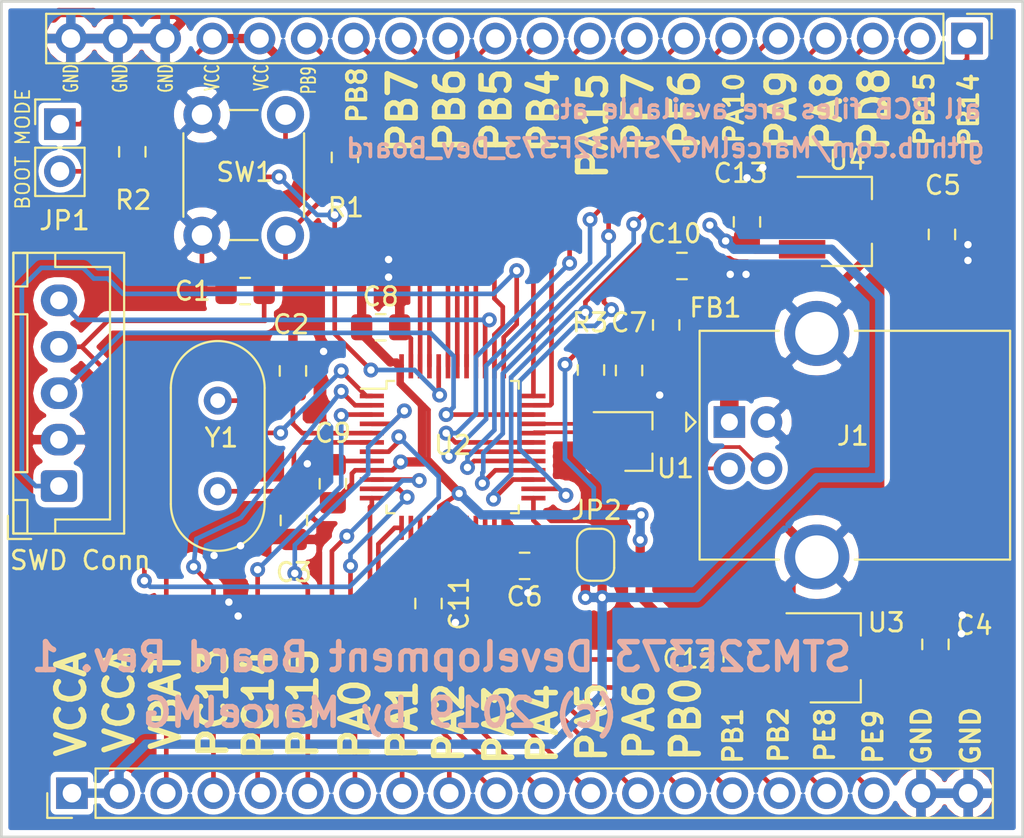
<source format=kicad_pcb>
(kicad_pcb (version 20171130) (host pcbnew 5.0.2-bee76a0~70~ubuntu18.04.1)
  (layers (0 F.Cu signal) (31 B.Cu signal) (34 B.Paste user) (35 F.Paste user) (36 B.SilkS user) (37 F.SilkS user) (38 B.Mask user) (39 F.Mask user) (44 Edge.Cuts user))
  (net 0 "")
  (net 1 GND)
  (net 2 RESET)
  (net 3 "Net-(C2-Pad1)")
  (net 4 "Net-(C3-Pad1)")
  (net 5 +5V)
  (net 6 +3.3VA)
  (net 7 USB_VBUS)
  (net 8 +3V3)
  (net 9 USB_D-)
  (net 10 USB_D+)
  (net 11 SWDCLK)
  (net 12 SWDIO)
  (net 13 SWO)
  (net 14 VBAT)
  (net 15 PC13)
  (net 16 PC14)
  (net 17 PC15)
  (net 18 "Net-(J3-Pad7)")
  (net 19 "Net-(J3-Pad8)")
  (net 20 "Net-(J3-Pad9)")
  (net 21 "Net-(J3-Pad10)")
  (net 22 "Net-(J3-Pad11)")
  (net 23 "Net-(J3-Pad12)")
  (net 24 "Net-(J3-Pad13)")
  (net 25 PB0)
  (net 26 PB1)
  (net 27 PB2)
  (net 28 PE8)
  (net 29 PE9)
  (net 30 "Net-(J4-Pad15)")
  (net 31 "Net-(J4-Pad14)")
  (net 32 "Net-(J4-Pad13)")
  (net 33 "Net-(J4-Pad12)")
  (net 34 "Net-(J4-Pad11)")
  (net 35 "Net-(J4-Pad10)")
  (net 36 "Net-(J4-Pad9)")
  (net 37 PF7)
  (net 38 PF6)
  (net 39 "Net-(J4-Pad6)")
  (net 40 "Net-(J4-Pad5)")
  (net 41 "Net-(J4-Pad4)")
  (net 42 PD8)
  (net 43 PB15)
  (net 44 PB14)
  (net 45 BOOT0)
  (net 46 "Net-(JP2-Pad1)")
  (module Capacitor_SMD:C_0805_2012Metric_Pad1.15x1.40mm_HandSolder (layer F.Cu) (at 113.125 65.6)
    (fp_text reference C1 (at -2.825 0) (layer F.SilkS))
    (fp_text value 100n)
    (pad 1 smd roundrect (at -1.025 0) (size 1.15 1.4) (layers F.Cu F.Paste F.Mask) (roundrect_rratio 0.217391) (net 1 GND))
    (pad 2 smd roundrect (at 1.025 0) (size 1.15 1.4) (layers F.Cu F.Paste F.Mask) (roundrect_rratio 0.217391) (net 2 RESET))
  )
  (module Capacitor_SMD:C_0805_2012Metric_Pad1.15x1.40mm_HandSolder (layer F.Cu) (at 115.7 69.9 90)
    (fp_text reference C2 (at 2.5 -0.1 180) (layer F.SilkS))
    (fp_text value 27pF)
    (pad 1 smd roundrect (at -1.025 0 90) (size 1.15 1.4) (layers F.Cu F.Paste F.Mask) (roundrect_rratio 0.217391) (net 3 "Net-(C2-Pad1)"))
    (pad 2 smd roundrect (at 1.025 0 90) (size 1.15 1.4) (layers F.Cu F.Paste F.Mask) (roundrect_rratio 0.217391) (net 1 GND))
  )
  (module Capacitor_SMD:C_0805_2012Metric_Pad1.15x1.40mm_HandSolder (layer F.Cu) (at 115.75 77.95 270)
    (fp_text reference C3 (at 2.8 0) (layer F.SilkS))
    (fp_text value 27pF)
    (pad 2 smd roundrect (at 1.025 0 270) (size 1.15 1.4) (layers F.Cu F.Paste F.Mask) (roundrect_rratio 0.217391) (net 1 GND))
    (pad 1 smd roundrect (at -1.025 0 270) (size 1.15 1.4) (layers F.Cu F.Paste F.Mask) (roundrect_rratio 0.217391) (net 4 "Net-(C3-Pad1)"))
  )
  (module Capacitor_SMD:C_0805_2012Metric_Pad1.15x1.40mm_HandSolder (layer F.Cu) (at 150.3 84.625 90)
    (fp_text reference C4 (at 1.025 2.1 180) (layer F.SilkS))
    (fp_text value 4.7µ)
    (pad 2 smd roundrect (at 1.025 0 90) (size 1.15 1.4) (layers F.Cu F.Paste F.Mask) (roundrect_rratio 0.217391) (net 1 GND))
    (pad 1 smd roundrect (at -1.025 0 90) (size 1.15 1.4) (layers F.Cu F.Paste F.Mask) (roundrect_rratio 0.217391) (net 5 +5V))
  )
  (module Capacitor_SMD:C_0805_2012Metric_Pad1.15x1.40mm_HandSolder (layer F.Cu) (at 150.65 62.55 270)
    (fp_text reference C5 (at -2.65 -0.05) (layer F.SilkS))
    (fp_text value 4.7µ)
    (pad 1 smd roundrect (at -1.025 0 270) (size 1.15 1.4) (layers F.Cu F.Paste F.Mask) (roundrect_rratio 0.217391) (net 5 +5V))
    (pad 2 smd roundrect (at 1.025 0 270) (size 1.15 1.4) (layers F.Cu F.Paste F.Mask) (roundrect_rratio 0.217391) (net 1 GND))
  )
  (module Capacitor_SMD:C_0805_2012Metric_Pad1.15x1.40mm_HandSolder (layer F.Cu) (at 128.175 80.4 180)
    (fp_text reference C6 (at 0 -1.65 180) (layer F.SilkS))
    (fp_text value 10n)
    (pad 1 smd roundrect (at -1.025 0 180) (size 1.15 1.4) (layers F.Cu F.Paste F.Mask) (roundrect_rratio 0.217391) (net 6 +3.3VA))
    (pad 2 smd roundrect (at 1.025 0 180) (size 1.15 1.4) (layers F.Cu F.Paste F.Mask) (roundrect_rratio 0.217391) (net 1 GND))
  )
  (module Capacitor_SMD:C_0805_2012Metric_Pad1.15x1.40mm_HandSolder (layer F.Cu) (at 133.8 69.875 90)
    (fp_text reference C7 (at 2.575 0 180) (layer F.SilkS))
    (fp_text value 10n)
    (pad 1 smd roundrect (at -1.025 0 90) (size 1.15 1.4) (layers F.Cu F.Paste F.Mask) (roundrect_rratio 0.217391) (net 1 GND))
    (pad 2 smd roundrect (at 1.025 0 90) (size 1.15 1.4) (layers F.Cu F.Paste F.Mask) (roundrect_rratio 0.217391) (net 7 USB_VBUS))
  )
  (module Capacitor_SMD:C_0805_2012Metric_Pad1.15x1.40mm_HandSolder (layer F.Cu) (at 120.425 67.55)
    (fp_text reference C8 (at 0 -1.65) (layer F.SilkS))
    (fp_text value 10n)
    (pad 2 smd roundrect (at 1.025 0) (size 1.15 1.4) (layers F.Cu F.Paste F.Mask) (roundrect_rratio 0.217391) (net 1 GND))
    (pad 1 smd roundrect (at -1.025 0) (size 1.15 1.4) (layers F.Cu F.Paste F.Mask) (roundrect_rratio 0.217391) (net 8 +3V3))
  )
  (module Capacitor_SMD:C_0805_2012Metric_Pad1.15x1.40mm_HandSolder (layer F.Cu) (at 117.85 75.975 90)
    (fp_text reference C9 (at 2.725 0 180) (layer F.SilkS))
    (fp_text value 10n)
    (pad 2 smd roundrect (at 1.025 0 90) (size 1.15 1.4) (layers F.Cu F.Paste F.Mask) (roundrect_rratio 0.217391) (net 1 GND))
    (pad 1 smd roundrect (at -1.025 0 90) (size 1.15 1.4) (layers F.Cu F.Paste F.Mask) (roundrect_rratio 0.217391) (net 8 +3V3))
  )
  (module Capacitor_SMD:C_0805_2012Metric_Pad1.15x1.40mm_HandSolder (layer F.Cu) (at 136.65 64.25 180)
    (fp_text reference C10 (at 0.4 1.75 180) (layer F.SilkS))
    (fp_text value 100n)
    (pad 2 smd roundrect (at 1.025 0 180) (size 1.15 1.4) (layers F.Cu F.Paste F.Mask) (roundrect_rratio 0.217391) (net 5 +5V))
    (pad 1 smd roundrect (at -1.025 0 180) (size 1.15 1.4) (layers F.Cu F.Paste F.Mask) (roundrect_rratio 0.217391) (net 1 GND))
  )
  (module Capacitor_SMD:C_0805_2012Metric_Pad1.15x1.40mm_HandSolder (layer F.Cu) (at 123 82.425 270)
    (fp_text reference C11 (at 0 -1.65 270) (layer F.SilkS))
    (fp_text value 10n)
    (pad 2 smd roundrect (at 1.025 0 270) (size 1.15 1.4) (layers F.Cu F.Paste F.Mask) (roundrect_rratio 0.217391) (net 1 GND))
    (pad 1 smd roundrect (at -1.025 0 270) (size 1.15 1.4) (layers F.Cu F.Paste F.Mask) (roundrect_rratio 0.217391) (net 8 +3V3))
  )
  (module Capacitor_SMD:C_0805_2012Metric_Pad1.15x1.40mm_HandSolder (layer F.Cu) (at 139.6 85.3 90)
    (fp_text reference C12 (at -0.1 -2.55 180) (layer F.SilkS))
    (fp_text value 1µ)
    (pad 1 smd roundrect (at -1.025 0 90) (size 1.15 1.4) (layers F.Cu F.Paste F.Mask) (roundrect_rratio 0.217391) (net 8 +3V3))
    (pad 2 smd roundrect (at 1.025 0 90) (size 1.15 1.4) (layers F.Cu F.Paste F.Mask) (roundrect_rratio 0.217391) (net 1 GND))
  )
  (module Capacitor_SMD:C_0805_2012Metric_Pad1.15x1.40mm_HandSolder (layer F.Cu) (at 140.15 61.875 90)
    (fp_text reference C13 (at 2.625 -0.35 180) (layer F.SilkS))
    (fp_text value 1µ)
    (pad 2 smd roundrect (at 1.025 0 90) (size 1.15 1.4) (layers F.Cu F.Paste F.Mask) (roundrect_rratio 0.217391) (net 1 GND))
    (pad 1 smd roundrect (at -1.025 0 90) (size 1.15 1.4) (layers F.Cu F.Paste F.Mask) (roundrect_rratio 0.217391) (net 6 +3.3VA))
  )
  (module Inductor_SMD:L_0805_2012Metric_Pad1.15x1.40mm_HandSolder (layer F.Cu) (at 135.8 67.425 270)
    (fp_text reference FB1 (at -0.925 -2.65) (layer F.SilkS))
    (fp_text value BLM21BB)
    (pad 1 smd roundrect (at -1.025 0 270) (size 1.15 1.4) (layers F.Cu F.Paste F.Mask) (roundrect_rratio 0.217391) (net 5 +5V))
    (pad 2 smd roundrect (at 1.025 0 270) (size 1.15 1.4) (layers F.Cu F.Paste F.Mask) (roundrect_rratio 0.217391) (net 7 USB_VBUS))
  )
  (module Connector_USB:USB_B_OST_USB-B1HSxx_Horizontal (layer F.Cu) (at 139.2 72.65)
    (fp_text reference J1 (at 6.65 0.75) (layer F.SilkS))
    (fp_text value USB_B_female)
    (pad 1 thru_hole rect (at 0 0) (size 1.7 1.7) (drill 0.92) (layers *.Cu *.Mask) (net 7 USB_VBUS))
    (pad 2 thru_hole circle (at 0 2.5) (size 1.7 1.7) (drill 0.92) (layers *.Cu *.Mask) (net 9 USB_D-))
    (pad 3 thru_hole circle (at 2 2.5) (size 1.7 1.7) (drill 0.92) (layers *.Cu *.Mask) (net 10 USB_D+))
    (pad 4 thru_hole circle (at 2 0) (size 1.7 1.7) (drill 0.92) (layers *.Cu *.Mask) (net 1 GND))
    (pad 5 thru_hole circle (at 4.71 -4.77) (size 3.5 3.5) (drill 2.33) (layers *.Cu *.Mask) (net 1 GND))
    (pad 5 thru_hole circle (at 4.71 7.27) (size 3.5 3.5) (drill 2.33) (layers *.Cu *.Mask) (net 1 GND))
  )
  (module Connector_PinHeader_2.54mm:PinHeader_1x20_P2.54mm_Vertical (layer F.Cu) (at 103.8 92.64 90)
    (fp_text reference J3 hide)
    (fp_text value Conn_01x20)
    (pad 1 thru_hole rect (at 0 0 90) (size 1.7 1.7) (drill 1) (layers *.Cu *.Mask) (net 6 +3.3VA))
    (pad 2 thru_hole oval (at 0 2.54 90) (size 1.7 1.7) (drill 1) (layers *.Cu *.Mask) (net 6 +3.3VA))
    (pad 3 thru_hole oval (at 0 5.08 90) (size 1.7 1.7) (drill 1) (layers *.Cu *.Mask) (net 14 VBAT))
    (pad 4 thru_hole oval (at 0 7.62 90) (size 1.7 1.7) (drill 1) (layers *.Cu *.Mask) (net 15 PC13))
    (pad 5 thru_hole oval (at 0 10.16 90) (size 1.7 1.7) (drill 1) (layers *.Cu *.Mask) (net 16 PC14))
    (pad 6 thru_hole oval (at 0 12.7 90) (size 1.7 1.7) (drill 1) (layers *.Cu *.Mask) (net 17 PC15))
    (pad 7 thru_hole oval (at 0 15.24 90) (size 1.7 1.7) (drill 1) (layers *.Cu *.Mask) (net 18 "Net-(J3-Pad7)"))
    (pad 8 thru_hole oval (at 0 17.78 90) (size 1.7 1.7) (drill 1) (layers *.Cu *.Mask) (net 19 "Net-(J3-Pad8)"))
    (pad 9 thru_hole oval (at 0 20.32 90) (size 1.7 1.7) (drill 1) (layers *.Cu *.Mask) (net 20 "Net-(J3-Pad9)"))
    (pad 10 thru_hole oval (at 0 22.86 90) (size 1.7 1.7) (drill 1) (layers *.Cu *.Mask) (net 21 "Net-(J3-Pad10)"))
    (pad 11 thru_hole oval (at 0 25.4 90) (size 1.7 1.7) (drill 1) (layers *.Cu *.Mask) (net 22 "Net-(J3-Pad11)"))
    (pad 12 thru_hole oval (at 0 27.94 90) (size 1.7 1.7) (drill 1) (layers *.Cu *.Mask) (net 23 "Net-(J3-Pad12)"))
    (pad 13 thru_hole oval (at 0 30.48 90) (size 1.7 1.7) (drill 1) (layers *.Cu *.Mask) (net 24 "Net-(J3-Pad13)"))
    (pad 14 thru_hole oval (at 0 33.02 90) (size 1.7 1.7) (drill 1) (layers *.Cu *.Mask) (net 25 PB0))
    (pad 15 thru_hole oval (at 0 35.56 90) (size 1.7 1.7) (drill 1) (layers *.Cu *.Mask) (net 26 PB1))
    (pad 16 thru_hole oval (at 0 38.1 90) (size 1.7 1.7) (drill 1) (layers *.Cu *.Mask) (net 27 PB2))
    (pad 17 thru_hole oval (at 0 40.64 90) (size 1.7 1.7) (drill 1) (layers *.Cu *.Mask) (net 28 PE8))
    (pad 18 thru_hole oval (at 0 43.18 90) (size 1.7 1.7) (drill 1) (layers *.Cu *.Mask) (net 29 PE9))
    (pad 19 thru_hole oval (at 0 45.72 90) (size 1.7 1.7) (drill 1) (layers *.Cu *.Mask) (net 1 GND))
    (pad 20 thru_hole oval (at 0 48.26 90) (size 1.7 1.7) (drill 1) (layers *.Cu *.Mask) (net 1 GND))
  )
  (module Connector_PinHeader_2.54mm:PinHeader_1x20_P2.54mm_Vertical (layer F.Cu) (at 152 52 270)
    (fp_text reference J4 hide)
    (fp_text value Conn_01x20)
    (pad 20 thru_hole oval (at 0 48.26 270) (size 1.7 1.7) (drill 1) (layers *.Cu *.Mask) (net 1 GND))
    (pad 19 thru_hole oval (at 0 45.72 270) (size 1.7 1.7) (drill 1) (layers *.Cu *.Mask) (net 1 GND))
    (pad 18 thru_hole oval (at 0 43.18 270) (size 1.7 1.7) (drill 1) (layers *.Cu *.Mask) (net 1 GND))
    (pad 17 thru_hole oval (at 0 40.64 270) (size 1.7 1.7) (drill 1) (layers *.Cu *.Mask) (net 8 +3V3))
    (pad 16 thru_hole oval (at 0 38.1 270) (size 1.7 1.7) (drill 1) (layers *.Cu *.Mask) (net 8 +3V3))
    (pad 15 thru_hole oval (at 0 35.56 270) (size 1.7 1.7) (drill 1) (layers *.Cu *.Mask) (net 30 "Net-(J4-Pad15)"))
    (pad 14 thru_hole oval (at 0 33.02 270) (size 1.7 1.7) (drill 1) (layers *.Cu *.Mask) (net 31 "Net-(J4-Pad14)"))
    (pad 13 thru_hole oval (at 0 30.48 270) (size 1.7 1.7) (drill 1) (layers *.Cu *.Mask) (net 32 "Net-(J4-Pad13)"))
    (pad 12 thru_hole oval (at 0 27.94 270) (size 1.7 1.7) (drill 1) (layers *.Cu *.Mask) (net 33 "Net-(J4-Pad12)"))
    (pad 11 thru_hole oval (at 0 25.4 270) (size 1.7 1.7) (drill 1) (layers *.Cu *.Mask) (net 34 "Net-(J4-Pad11)"))
    (pad 10 thru_hole oval (at 0 22.86 270) (size 1.7 1.7) (drill 1) (layers *.Cu *.Mask) (net 35 "Net-(J4-Pad10)"))
    (pad 9 thru_hole oval (at 0 20.32 270) (size 1.7 1.7) (drill 1) (layers *.Cu *.Mask) (net 36 "Net-(J4-Pad9)"))
    (pad 8 thru_hole oval (at 0 17.78 270) (size 1.7 1.7) (drill 1) (layers *.Cu *.Mask) (net 37 PF7))
    (pad 7 thru_hole oval (at 0 15.24 270) (size 1.7 1.7) (drill 1) (layers *.Cu *.Mask) (net 38 PF6))
    (pad 6 thru_hole oval (at 0 12.7 270) (size 1.7 1.7) (drill 1) (layers *.Cu *.Mask) (net 39 "Net-(J4-Pad6)"))
    (pad 5 thru_hole oval (at 0 10.16 270) (size 1.7 1.7) (drill 1) (layers *.Cu *.Mask) (net 40 "Net-(J4-Pad5)"))
    (pad 4 thru_hole oval (at 0 7.62 270) (size 1.7 1.7) (drill 1) (layers *.Cu *.Mask) (net 41 "Net-(J4-Pad4)"))
    (pad 3 thru_hole oval (at 0 5.08 270) (size 1.7 1.7) (drill 1) (layers *.Cu *.Mask) (net 42 PD8))
    (pad 2 thru_hole oval (at 0 2.54 270) (size 1.7 1.7) (drill 1) (layers *.Cu *.Mask) (net 43 PB15))
    (pad 1 thru_hole rect (at 0 0 270) (size 1.7 1.7) (drill 1) (layers *.Cu *.Mask) (net 44 PB14))
  )
  (module Connector_PinHeader_2.54mm:PinHeader_1x02_P2.54mm_Vertical (layer F.Cu) (at 103.15 56.61)
    (fp_text reference JP1 (at 0.25 5.19) (layer F.SilkS))
    (fp_text value Jumper)
    (pad 1 thru_hole rect (at 0 0) (size 1.7 1.7) (drill 1) (layers *.Cu *.Mask) (net 8 +3V3))
    (pad 2 thru_hole oval (at 0 2.54) (size 1.7 1.7) (drill 1) (layers *.Cu *.Mask) (net 45 BOOT0))
  )
  (module Jumper:SolderJumper-2_P1.3mm_Open_RoundedPad1.0x1.5mm (layer F.Cu) (at 132 79.8 270)
    (fp_text reference JP2 (at -2.4 -0.05) (layer F.SilkS))
    (fp_text value Jumper)
    (pad 1 smd custom (at -0.65 0 270) (size 1 0.5) (layers F.Cu F.Mask) (net 46 "Net-(JP2-Pad1)") (options (clearance outline) (anchor rect)) (primitives (gr_circle (center 0 0.25) (end 0.5 0.25) (width 0)) (gr_circle (center 0 -0.25) (end 0.5 -0.25) (width 0)) (gr_poly (pts (xy 0 -0.75) (xy 0.5 -0.75) (xy 0.5 0.75) (xy 0 0.75)) (width 0))))
    (pad 2 smd custom (at 0.65 0 270) (size 1 0.5) (layers F.Cu F.Mask) (net 6 +3.3VA) (options (clearance outline) (anchor rect)) (primitives (gr_circle (center 0 0.25) (end 0.5 0.25) (width 0)) (gr_circle (center 0 -0.25) (end 0.5 -0.25) (width 0)) (gr_poly (pts (xy 0 -0.75) (xy -0.5 -0.75) (xy -0.5 0.75) (xy 0 0.75)) (width 0))))
  )
  (module Resistor_SMD:R_0805_2012Metric_Pad1.15x1.40mm_HandSolder (layer F.Cu) (at 118.5 58.4 90)
    (fp_text reference R1 (at -2.7 0.05 180) (layer F.SilkS))
    (fp_text value 10k)
    (pad 2 smd roundrect (at 1.025 0 90) (size 1.15 1.4) (layers F.Cu F.Paste F.Mask) (roundrect_rratio 0.217391) (net 8 +3V3))
    (pad 1 smd roundrect (at -1.025 0 90) (size 1.15 1.4) (layers F.Cu F.Paste F.Mask) (roundrect_rratio 0.217391) (net 2 RESET))
  )
  (module Resistor_SMD:R_0805_2012Metric_Pad1.15x1.40mm_HandSolder (layer F.Cu) (at 107.05 58.1 270)
    (fp_text reference R2 (at 2.6 -0.05) (layer F.SilkS))
    (fp_text value 10k)
    (pad 1 smd roundrect (at -1.025 0 270) (size 1.15 1.4) (layers F.Cu F.Paste F.Mask) (roundrect_rratio 0.217391) (net 1 GND))
    (pad 2 smd roundrect (at 1.025 0 270) (size 1.15 1.4) (layers F.Cu F.Paste F.Mask) (roundrect_rratio 0.217391) (net 45 BOOT0))
  )
  (module Resistor_SMD:R_0805_2012Metric_Pad1.15x1.40mm_HandSolder (layer F.Cu) (at 131.75 69.85 270)
    (fp_text reference R3 (at -2.55 0.05) (layer F.SilkS))
    (fp_text value 1.5k)
    (pad 1 smd roundrect (at -1.025 0 270) (size 1.15 1.4) (layers F.Cu F.Paste F.Mask) (roundrect_rratio 0.217391) (net 8 +3V3))
    (pad 2 smd roundrect (at 1.025 0 270) (size 1.15 1.4) (layers F.Cu F.Paste F.Mask) (roundrect_rratio 0.217391) (net 10 USB_D+))
  )
  (module Button_Switch_THT:SW_PUSH_6mm_H5mm (layer F.Cu) (at 110.8 62.6 90)
    (fp_text reference SW1 (at 3.4 2.3 180) (layer F.SilkS))
    (fp_text value SW_Push)
    (pad 2 thru_hole circle (at 0 4.5 180) (size 2 2) (drill 1.1) (layers *.Cu *.Mask) (net 2 RESET))
    (pad 1 thru_hole circle (at 0 0 180) (size 2 2) (drill 1.1) (layers *.Cu *.Mask) (net 1 GND))
    (pad 2 thru_hole circle (at 6.5 4.5 180) (size 2 2) (drill 1.1) (layers *.Cu *.Mask) (net 2 RESET))
    (pad 1 thru_hole circle (at 6.5 0 180) (size 2 2) (drill 1.1) (layers *.Cu *.Mask) (net 1 GND))
  )
  (module Package_TO_SOT_SMD:SOT-23_Handsoldering (layer F.Cu) (at 134.3 73.7)
    (fp_text reference U1 (at 2 1.45) (layer F.SilkS))
    (fp_text value TPD2E009)
    (pad 1 smd rect (at -1.5 -0.95) (size 1.9 0.8) (layers F.Cu F.Paste F.Mask) (net 10 USB_D+))
    (pad 2 smd rect (at -1.5 0.95) (size 1.9 0.8) (layers F.Cu F.Paste F.Mask) (net 9 USB_D-))
    (pad 3 smd rect (at 1.5 0) (size 1.9 0.8) (layers F.Cu F.Paste F.Mask) (net 1 GND))
  )
  (module Package_QFP:LQFP-48_7x7mm_P0.5mm (layer F.Cu) (at 124.3 74)
    (fp_text reference U2 (at 0 -0.1) (layer F.SilkS))
    (fp_text value STM32F373CCTx)
    (pad 1 smd rect (at -4.35 -2.75) (size 1.3 0.25) (layers F.Cu F.Paste F.Mask) (net 14 VBAT))
    (pad 2 smd rect (at -4.35 -2.25) (size 1.3 0.25) (layers F.Cu F.Paste F.Mask) (net 15 PC13))
    (pad 3 smd rect (at -4.35 -1.75) (size 1.3 0.25) (layers F.Cu F.Paste F.Mask) (net 16 PC14))
    (pad 4 smd rect (at -4.35 -1.25) (size 1.3 0.25) (layers F.Cu F.Paste F.Mask) (net 17 PC15))
    (pad 5 smd rect (at -4.35 -0.75) (size 1.3 0.25) (layers F.Cu F.Paste F.Mask) (net 3 "Net-(C2-Pad1)"))
    (pad 6 smd rect (at -4.35 -0.25) (size 1.3 0.25) (layers F.Cu F.Paste F.Mask) (net 4 "Net-(C3-Pad1)"))
    (pad 7 smd rect (at -4.35 0.25) (size 1.3 0.25) (layers F.Cu F.Paste F.Mask) (net 2 RESET))
    (pad 8 smd rect (at -4.35 0.75) (size 1.3 0.25) (layers F.Cu F.Paste F.Mask) (net 1 GND))
    (pad 9 smd rect (at -4.35 1.25) (size 1.3 0.25) (layers F.Cu F.Paste F.Mask) (net 8 +3V3))
    (pad 10 smd rect (at -4.35 1.75) (size 1.3 0.25) (layers F.Cu F.Paste F.Mask) (net 18 "Net-(J3-Pad7)"))
    (pad 11 smd rect (at -4.35 2.25) (size 1.3 0.25) (layers F.Cu F.Paste F.Mask) (net 19 "Net-(J3-Pad8)"))
    (pad 12 smd rect (at -4.35 2.75) (size 1.3 0.25) (layers F.Cu F.Paste F.Mask) (net 20 "Net-(J3-Pad9)"))
    (pad 13 smd rect (at -2.75 4.35 90) (size 1.3 0.25) (layers F.Cu F.Paste F.Mask) (net 21 "Net-(J3-Pad10)"))
    (pad 14 smd rect (at -2.25 4.35 90) (size 1.3 0.25) (layers F.Cu F.Paste F.Mask) (net 22 "Net-(J3-Pad11)"))
    (pad 15 smd rect (at -1.75 4.35 90) (size 1.3 0.25) (layers F.Cu F.Paste F.Mask) (net 23 "Net-(J3-Pad12)"))
    (pad 16 smd rect (at -1.25 4.35 90) (size 1.3 0.25) (layers F.Cu F.Paste F.Mask) (net 24 "Net-(J3-Pad13)"))
    (pad 17 smd rect (at -0.75 4.35 90) (size 1.3 0.25) (layers F.Cu F.Paste F.Mask) (net 8 +3V3))
    (pad 18 smd rect (at -0.25 4.35 90) (size 1.3 0.25) (layers F.Cu F.Paste F.Mask) (net 25 PB0))
    (pad 19 smd rect (at 0.25 4.35 90) (size 1.3 0.25) (layers F.Cu F.Paste F.Mask) (net 26 PB1))
    (pad 20 smd rect (at 0.75 4.35 90) (size 1.3 0.25) (layers F.Cu F.Paste F.Mask) (net 27 PB2))
    (pad 21 smd rect (at 1.25 4.35 90) (size 1.3 0.25) (layers F.Cu F.Paste F.Mask) (net 28 PE8))
    (pad 22 smd rect (at 1.75 4.35 90) (size 1.3 0.25) (layers F.Cu F.Paste F.Mask) (net 29 PE9))
    (pad 23 smd rect (at 2.25 4.35 90) (size 1.3 0.25) (layers F.Cu F.Paste F.Mask) (net 1 GND))
    (pad 24 smd rect (at 2.75 4.35 90) (size 1.3 0.25) (layers F.Cu F.Paste F.Mask) (net 6 +3.3VA))
    (pad 25 smd rect (at 4.35 2.75) (size 1.3 0.25) (layers F.Cu F.Paste F.Mask) (net 46 "Net-(JP2-Pad1)"))
    (pad 26 smd rect (at 4.35 2.25) (size 1.3 0.25) (layers F.Cu F.Paste F.Mask) (net 44 PB14))
    (pad 27 smd rect (at 4.35 1.75) (size 1.3 0.25) (layers F.Cu F.Paste F.Mask) (net 43 PB15))
    (pad 28 smd rect (at 4.35 1.25) (size 1.3 0.25) (layers F.Cu F.Paste F.Mask) (net 42 PD8))
    (pad 29 smd rect (at 4.35 0.75) (size 1.3 0.25) (layers F.Cu F.Paste F.Mask) (net 41 "Net-(J4-Pad4)"))
    (pad 30 smd rect (at 4.35 0.25) (size 1.3 0.25) (layers F.Cu F.Paste F.Mask) (net 40 "Net-(J4-Pad5)"))
    (pad 31 smd rect (at 4.35 -0.25) (size 1.3 0.25) (layers F.Cu F.Paste F.Mask) (net 39 "Net-(J4-Pad6)"))
    (pad 32 smd rect (at 4.35 -0.75) (size 1.3 0.25) (layers F.Cu F.Paste F.Mask) (net 9 USB_D-))
    (pad 33 smd rect (at 4.35 -1.25) (size 1.3 0.25) (layers F.Cu F.Paste F.Mask) (net 10 USB_D+))
    (pad 34 smd rect (at 4.35 -1.75) (size 1.3 0.25) (layers F.Cu F.Paste F.Mask) (net 12 SWDIO))
    (pad 35 smd rect (at 4.35 -2.25) (size 1.3 0.25) (layers F.Cu F.Paste F.Mask) (net 38 PF6))
    (pad 36 smd rect (at 4.35 -2.75) (size 1.3 0.25) (layers F.Cu F.Paste F.Mask) (net 37 PF7))
    (pad 37 smd rect (at 2.75 -4.35 90) (size 1.3 0.25) (layers F.Cu F.Paste F.Mask) (net 11 SWDCLK))
    (pad 38 smd rect (at 2.25 -4.35 90) (size 1.3 0.25) (layers F.Cu F.Paste F.Mask) (net 36 "Net-(J4-Pad9)"))
    (pad 39 smd rect (at 1.75 -4.35 90) (size 1.3 0.25) (layers F.Cu F.Paste F.Mask) (net 13 SWO))
    (pad 40 smd rect (at 1.25 -4.35 90) (size 1.3 0.25) (layers F.Cu F.Paste F.Mask) (net 35 "Net-(J4-Pad10)"))
    (pad 41 smd rect (at 0.75 -4.35 90) (size 1.3 0.25) (layers F.Cu F.Paste F.Mask) (net 34 "Net-(J4-Pad11)"))
    (pad 42 smd rect (at 0.25 -4.35 90) (size 1.3 0.25) (layers F.Cu F.Paste F.Mask) (net 33 "Net-(J4-Pad12)"))
    (pad 43 smd rect (at -0.25 -4.35 90) (size 1.3 0.25) (layers F.Cu F.Paste F.Mask) (net 32 "Net-(J4-Pad13)"))
    (pad 44 smd rect (at -0.75 -4.35 90) (size 1.3 0.25) (layers F.Cu F.Paste F.Mask) (net 45 BOOT0))
    (pad 45 smd rect (at -1.25 -4.35 90) (size 1.3 0.25) (layers F.Cu F.Paste F.Mask) (net 31 "Net-(J4-Pad14)"))
    (pad 46 smd rect (at -1.75 -4.35 90) (size 1.3 0.25) (layers F.Cu F.Paste F.Mask) (net 30 "Net-(J4-Pad15)"))
    (pad 47 smd rect (at -2.25 -4.35 90) (size 1.3 0.25) (layers F.Cu F.Paste F.Mask) (net 1 GND))
    (pad 48 smd rect (at -2.75 -4.35 90) (size 1.3 0.25) (layers F.Cu F.Paste F.Mask) (net 8 +3V3))
  )
  (module Package_TO_SOT_SMD:SOT-89-3_Handsoldering (layer F.Cu) (at 144.5 85.35)
    (fp_text reference U3 (at 3.15 -1.9) (layer F.SilkS))
    (fp_text value AP7215)
    (pad 2 smd trapezoid (at -0.37 0 90) (size 1.5 0.75) (rect_delta 0 0.5) (layers F.Cu F.Paste F.Mask) (net 5 +5V))
    (pad 2 smd rect (at 1.98 0 270) (size 2 4) (layers F.Cu F.Paste F.Mask) (net 5 +5V))
    (pad 3 smd rect (at -1.98 1.5 270) (size 1 2.5) (layers F.Cu F.Paste F.Mask) (net 8 +3V3))
    (pad 2 smd rect (at -1.98 0 270) (size 1 2.5) (layers F.Cu F.Paste F.Mask) (net 5 +5V))
    (pad 1 smd rect (at -1.98 -1.5 270) (size 1 2.5) (layers F.Cu F.Paste F.Mask) (net 1 GND))
  )
  (module Package_TO_SOT_SMD:SOT-89-3_Handsoldering (layer F.Cu) (at 145.1 61.85)
    (fp_text reference U4 (at 0.45 -3.3) (layer F.SilkS))
    (fp_text value AP7215)
    (pad 1 smd rect (at -1.98 -1.5 270) (size 1 2.5) (layers F.Cu F.Paste F.Mask) (net 1 GND))
    (pad 2 smd rect (at -1.98 0 270) (size 1 2.5) (layers F.Cu F.Paste F.Mask) (net 5 +5V))
    (pad 3 smd rect (at -1.98 1.5 270) (size 1 2.5) (layers F.Cu F.Paste F.Mask) (net 6 +3.3VA))
    (pad 2 smd rect (at 1.98 0 270) (size 2 4) (layers F.Cu F.Paste F.Mask) (net 5 +5V))
    (pad 2 smd trapezoid (at -0.37 0 90) (size 1.5 0.75) (rect_delta 0 0.5) (layers F.Cu F.Paste F.Mask) (net 5 +5V))
  )
  (module Crystal:Crystal_HC49-U_Vertical (layer F.Cu) (at 111.65 71.5 270)
    (fp_text reference Y1 (at 2 -0.2) (layer F.SilkS))
    (fp_text value "8 MHz")
    (pad 1 thru_hole circle (at 0 0 270) (size 1.5 1.5) (drill 0.8) (layers *.Cu *.Mask) (net 3 "Net-(C2-Pad1)"))
    (pad 2 thru_hole circle (at 4.88 0 270) (size 1.5 1.5) (drill 0.8) (layers *.Cu *.Mask) (net 4 "Net-(C3-Pad1)"))
  )
  (module Connector_JST:JST_XH_B05B-XH-A_1x05_P2.50mm_Vertical (layer F.Cu) (at 103.1 76.1 90)
    (fp_text reference "SWD Conn" (at -4 1.15 180) (layer F.SilkS))
    (fp_text value "SWD ST-Link Connector")
    (pad 1 thru_hole roundrect (at 0 0 90) (size 1.7 1.95) (drill 0.95) (layers *.Cu *.Mask) (roundrect_rratio 0.147059) (net 11 SWDCLK))
    (pad 2 thru_hole oval (at 2.5 0 90) (size 1.7 1.95) (drill 0.95) (layers *.Cu *.Mask) (net 1 GND))
    (pad 3 thru_hole oval (at 5 0 90) (size 1.7 1.95) (drill 0.95) (layers *.Cu *.Mask) (net 12 SWDIO))
    (pad 4 thru_hole oval (at 7.5 0 90) (size 1.7 1.95) (drill 0.95) (layers *.Cu *.Mask) (net 2 RESET))
    (pad 5 thru_hole oval (at 10 0 90) (size 1.7 1.95) (drill 0.95) (layers *.Cu *.Mask) (net 13 SWO))
  )
  (gr_text "all PCB files are available at:" (at 141.2 55.8) (layer B.SilkS) (effects (font (size 1 1) (thickness 0.2)) (justify mirror)))
  (gr_text github.com/MarcelMG/STM32F373_Dev_Board (at 135.75 57.9) (layer B.SilkS) (effects (font (size 1 1) (thickness 0.2)) (justify mirror)))
  (gr_text "(c) 2019 by MarcelMG" (at 120.4 88.3) (layer B.SilkS) (effects (font (size 1.5 1.5) (thickness 0.3)) (justify mirror)))
  (gr_text "STM32F373 Development Board Rev. 1" (at 123.7 85.3) (layer B.SilkS) (effects (font (size 1.5 1.5) (thickness 0.3)) (justify mirror)))
  (gr_text "BOOT MODE\n" (at 101.15 57.95 90) (layer F.SilkS) (effects (font (size 0.75 0.75) (thickness 0.1))))
  (gr_text "GND\n" (at 103.75 54.15 90) (layer F.SilkS) (effects (font (size 0.75 0.5) (thickness 0.1))))
  (gr_text "GND\n" (at 106.4 54.15 90) (layer F.SilkS) (effects (font (size 0.75 0.5) (thickness 0.1))))
  (gr_text "GND\n" (at 108.85 54.15 90) (layer F.SilkS) (effects (font (size 0.75 0.5) (thickness 0.1))))
  (gr_text VCC (at 111.35 54.1 90) (layer F.SilkS) (effects (font (size 0.75 0.5) (thickness 0.1))))
  (gr_text VCC (at 114 54.1 90) (layer F.SilkS) (effects (font (size 0.75 0.5) (thickness 0.1))))
  (gr_text "PB9\n\n" (at 117.15 54.25 90) (layer F.SilkS) (effects (font (size 0.75 0.5) (thickness 0.1))))
  (gr_text "PB8\n" (at 119.15 55.05 90) (layer F.SilkS) (effects (font (size 1 1) (thickness 0.2))))
  (gr_text "PB15\n" (at 149.7 55.8 90) (layer F.SilkS) (effects (font (size 1 1) (thickness 0.2))))
  (gr_text PB7 (at 121.6 55.9 90) (layer F.SilkS) (effects (font (size 1.5 1.5) (thickness 0.3))))
  (gr_text PB6 (at 124.15 55.85 90) (layer F.SilkS) (effects (font (size 1.5 1.5) (thickness 0.3))))
  (gr_text PB5 (at 126.65 55.85 90) (layer F.SilkS) (effects (font (size 1.5 1.5) (thickness 0.3))))
  (gr_text PB4 (at 129.2 55.9 90) (layer F.SilkS) (effects (font (size 1.5 1.5) (thickness 0.3))))
  (gr_text "PA15\n" (at 131.85 56.7 90) (layer F.SilkS) (effects (font (size 1.5 1.5) (thickness 0.3))))
  (gr_text PF7 (at 134.3 55.95 90) (layer F.SilkS) (effects (font (size 1.5 1.5) (thickness 0.3))))
  (gr_text PF6 (at 136.8 55.85 90) (layer F.SilkS) (effects (font (size 1.5 1.5) (thickness 0.3))))
  (gr_text PA10 (at 139.45 55.75 90) (layer F.SilkS) (effects (font (size 1 1) (thickness 0.2))))
  (gr_text PA9 (at 142 55.85 90) (layer F.SilkS) (effects (font (size 1.5 1.5) (thickness 0.3))))
  (gr_text PA8 (at 144.45 55.9 90) (layer F.SilkS) (effects (font (size 1.5 1.5) (thickness 0.3))))
  (gr_text PD8 (at 147 55.8 90) (layer F.SilkS) (effects (font (size 1.5 1.5) (thickness 0.3))))
  (gr_text "PB14\n" (at 152.1 55.85 90) (layer F.SilkS) (effects (font (size 1 1) (thickness 0.2))))
  (gr_text GND (at 152.2 89.55 90) (layer F.SilkS) (effects (font (size 1 1) (thickness 0.2))))
  (gr_text GND (at 149.55 89.55 90) (layer F.SilkS) (effects (font (size 1 1) (thickness 0.2))))
  (gr_text PE9 (at 146.95 89.6 90) (layer F.SilkS) (effects (font (size 1 1) (thickness 0.2))))
  (gr_text PE8 (at 144.35 89.5 90) (layer F.SilkS) (effects (font (size 1 1) (thickness 0.2))))
  (gr_text PB2 (at 141.85 89.5 90) (layer F.SilkS) (effects (font (size 1 1) (thickness 0.2))))
  (gr_text PB1 (at 139.4 89.55 90) (layer F.SilkS) (effects (font (size 1 1) (thickness 0.2))))
  (gr_text "PB0\n" (at 136.85 88.65 90) (layer F.SilkS) (effects (font (size 1.5 1.5) (thickness 0.3))))
  (gr_text PA6 (at 134.35 88.7 90) (layer F.SilkS) (effects (font (size 1.5 1.5) (thickness 0.3))))
  (gr_text PA5 (at 131.8 88.8 90) (layer F.SilkS) (effects (font (size 1.5 1.5) (thickness 0.3))))
  (gr_text PA4 (at 129.15 88.9 90) (layer F.SilkS) (effects (font (size 1.5 1.5) (thickness 0.3))))
  (gr_text "PA3\n" (at 126.8 88.95 90) (layer F.SilkS) (effects (font (size 1.5 1.5) (thickness 0.3))))
  (gr_text PA2 (at 124.1 91.15 90) (layer F.SilkS) (effects (font (size 1.5 1.5) (thickness 0.3)) (justify left)))
  (gr_text PA1 (at 121.6 88.7 90) (layer F.SilkS) (effects (font (size 1.5 1.5) (thickness 0.3))))
  (gr_text PA0 (at 119.05 88.65 90) (layer F.SilkS) (effects (font (size 1.5 1.5) (thickness 0.3))))
  (gr_text PC15 (at 116.25 87.8 90) (layer F.SilkS) (effects (font (size 1.5 1.5) (thickness 0.3))))
  (gr_text PC14 (at 113.85 87.85 90) (layer F.SilkS) (effects (font (size 1.5 1.5) (thickness 0.3))))
  (gr_text "PC13\n" (at 111.4 87.75 90) (layer F.SilkS) (effects (font (size 1.5 1.5) (thickness 0.3))))
  (gr_text VBAT (at 108.85 87.65 90) (layer F.SilkS) (effects (font (size 1.5 1.5) (thickness 0.3))))
  (gr_text VCCA (at 106.35 87.65 90) (layer F.SilkS) (effects (font (size 1.5 1.5) (thickness 0.3))))
  (gr_text VCCA (at 103.75 87.85 90) (layer F.SilkS) (effects (font (size 1.5 1.5) (thickness 0.3))))
  (gr_line (start 100 50) (end 155 50) (layer Edge.Cuts) (width 0.15))
  (gr_line (start 100 95) (end 100 50) (layer Edge.Cuts) (width 0.15))
  (gr_line (start 155 95) (end 100 95) (layer Edge.Cuts) (width 0.15))
  (gr_line (start 155 50) (end 155 95) (layer Edge.Cuts) (width 0.15))
  (via (at 135.45 71.2) (size 0.8) (drill 0.4) (layers F.Cu B.Cu) (net 1))
  (segment (start 135.8 73.7) (end 135.8 71.55) (width 0.25) (layer F.Cu) (net 1))
  (segment (start 135.8 71.55) (end 135.45 71.2) (width 0.25) (layer F.Cu) (net 1))
  (segment (start 134.1 71.2) (end 133.8 70.9) (width 0.25) (layer F.Cu) (net 1))
  (segment (start 135.45 71.2) (end 134.1 71.2) (width 0.25) (layer F.Cu) (net 1))
  (segment (start 126.55 79.8) (end 126.55 78.35) (width 0.25) (layer F.Cu) (net 1))
  (segment (start 127.15 80.4) (end 126.55 79.8) (width 0.25) (layer F.Cu) (net 1))
  (segment (start 122.05 68.15) (end 121.45 67.55) (width 0.25) (layer F.Cu) (net 1))
  (segment (start 122.05 69.65) (end 122.05 68.15) (width 0.25) (layer F.Cu) (net 1))
  (via (at 124.45 83.45) (size 0.8) (drill 0.4) (layers F.Cu B.Cu) (net 1))
  (segment (start 123 83.45) (end 124.45 83.45) (width 0.5) (layer F.Cu) (net 1))
  (via (at 116.475 74.9) (size 0.8) (drill 0.4) (layers F.Cu B.Cu) (net 1))
  (segment (start 116.525 74.95) (end 116.475 74.9) (width 0.25) (layer F.Cu) (net 1))
  (segment (start 140.65 60.35) (end 140.15 60.85) (width 0.5) (layer F.Cu) (net 1))
  (segment (start 143.12 60.35) (end 140.65 60.35) (width 0.5) (layer F.Cu) (net 1))
  (via (at 152.05 63.1) (size 0.8) (drill 0.4) (layers F.Cu B.Cu) (net 1))
  (via (at 152.05 63.95) (size 0.8) (drill 0.4) (layers F.Cu B.Cu) (net 1))
  (segment (start 152.05 63.1) (end 152.05 63.95) (width 1) (layer F.Cu) (net 1))
  (segment (start 151.025 63.95) (end 150.65 63.575) (width 1) (layer F.Cu) (net 1))
  (segment (start 152.05 63.95) (end 151.025 63.95) (width 1) (layer F.Cu) (net 1))
  (segment (start 140.025 83.85) (end 139.6 84.275) (width 0.5) (layer F.Cu) (net 1))
  (segment (start 142.52 83.85) (end 140.025 83.85) (width 0.5) (layer F.Cu) (net 1))
  (via (at 151.75 83.05) (size 0.8) (drill 0.4) (layers F.Cu B.Cu) (net 1))
  (segment (start 150.3 83.6) (end 151.2 83.6) (width 1) (layer F.Cu) (net 1))
  (segment (start 151.2 83.6) (end 151.75 83.05) (width 1) (layer F.Cu) (net 1))
  (via (at 151.7 84.05) (size 0.8) (drill 0.4) (layers F.Cu B.Cu) (net 1))
  (segment (start 150.3 83.6) (end 151.25 83.6) (width 1) (layer F.Cu) (net 1))
  (segment (start 151.25 83.6) (end 151.7 84.05) (width 1) (layer F.Cu) (net 1))
  (via (at 139.25 64.7) (size 0.8) (drill 0.4) (layers F.Cu B.Cu) (net 1))
  (via (at 140.1 64.7) (size 0.8) (drill 0.4) (layers F.Cu B.Cu) (net 1))
  (segment (start 137.675 64.25) (end 139.65 64.25) (width 0.5) (layer F.Cu) (net 1))
  (segment (start 139.65 64.25) (end 140.1 64.7) (width 0.5) (layer F.Cu) (net 1))
  (segment (start 139.25 64.7) (end 140.1 64.7) (width 0.5) (layer F.Cu) (net 1))
  (segment (start 138.125 64.7) (end 137.675 64.25) (width 0.5) (layer F.Cu) (net 1))
  (segment (start 139.25 64.7) (end 138.125 64.7) (width 0.5) (layer F.Cu) (net 1))
  (segment (start 109.825 57.075) (end 110.8 56.1) (width 0.25) (layer F.Cu) (net 1))
  (segment (start 107.05 57.075) (end 109.825 57.075) (width 0.25) (layer F.Cu) (net 1))
  (segment (start 110.8 64.3) (end 112.1 65.6) (width 0.25) (layer F.Cu) (net 1))
  (segment (start 110.8 62.6) (end 110.8 64.3) (width 0.25) (layer F.Cu) (net 1))
  (segment (start 142.52 81.31) (end 143.91 79.92) (width 0.5) (layer F.Cu) (net 1))
  (segment (start 142.52 83.85) (end 142.52 81.31) (width 0.5) (layer F.Cu) (net 1))
  (via (at 128.35 81.85) (size 0.8) (drill 0.4) (layers F.Cu B.Cu) (net 1))
  (segment (start 127.15 80.4) (end 127.15 80.65) (width 0.5) (layer F.Cu) (net 1))
  (segment (start 127.15 80.65) (end 128.35 81.85) (width 0.5) (layer F.Cu) (net 1))
  (via (at 140.15 59.5) (size 0.8) (drill 0.4) (layers F.Cu B.Cu) (net 1))
  (segment (start 140.15 60.85) (end 140.15 59.5) (width 0.5) (layer F.Cu) (net 1))
  (via (at 141 58.95) (size 0.8) (drill 0.4) (layers F.Cu B.Cu) (net 1))
  (segment (start 141 60) (end 140.15 60.85) (width 0.5) (layer F.Cu) (net 1))
  (segment (start 141 58.95) (end 141 60) (width 0.5) (layer F.Cu) (net 1))
  (segment (start 140.7 58.95) (end 140.15 59.5) (width 0.5) (layer F.Cu) (net 1))
  (segment (start 141 58.95) (end 140.7 58.95) (width 0.5) (layer F.Cu) (net 1))
  (via (at 120.85 64.85) (size 0.8) (drill 0.4) (layers F.Cu B.Cu) (net 1))
  (segment (start 121.45 67.55) (end 121.45 65.45) (width 0.5) (layer F.Cu) (net 1))
  (segment (start 121.45 65.45) (end 120.85 64.85) (width 0.5) (layer F.Cu) (net 1))
  (via (at 120.85 63.9) (size 0.8) (drill 0.4) (layers F.Cu B.Cu) (net 1))
  (segment (start 120.85 63.9) (end 120.85 64.85) (width 0.5) (layer F.Cu) (net 1))
  (segment (start 118.05 74.75) (end 117.85 74.95) (width 0.25) (layer F.Cu) (net 1))
  (segment (start 119.95 74.75) (end 118.05 74.75) (width 0.25) (layer F.Cu) (net 1))
  (segment (start 117.8 74.9) (end 117.85 74.95) (width 0.5) (layer F.Cu) (net 1))
  (segment (start 116.475 74.9) (end 117.8 74.9) (width 0.5) (layer F.Cu) (net 1))
  (via (at 117.35 68.85) (size 0.8) (drill 0.4) (layers F.Cu B.Cu) (net 1))
  (segment (start 115.7 68.875) (end 117.325 68.875) (width 0.5) (layer F.Cu) (net 1))
  (segment (start 117.325 68.875) (end 117.35 68.85) (width 0.5) (layer F.Cu) (net 1))
  (segment (start 117.35 68.85) (end 117.2 69) (width 0.5) (layer B.Cu) (net 1))
  (via (at 112.25 82.35) (size 0.8) (drill 0.4) (layers F.Cu B.Cu) (net 1))
  (via (at 111.451784 79.839173) (size 0.8) (drill 0.4) (layers F.Cu B.Cu) (net 1))
  (segment (start 112.25 82.35) (end 112.25 80.637389) (width 0.5) (layer F.Cu) (net 1))
  (segment (start 112.25 80.637389) (end 111.451784 79.839173) (width 0.5) (layer F.Cu) (net 1))
  (via (at 112.879265 79.312204) (size 0.8) (drill 0.4) (layers F.Cu B.Cu) (net 1))
  (segment (start 112.25 80.637389) (end 112.25 79.941469) (width 0.5) (layer F.Cu) (net 1))
  (segment (start 112.25 79.941469) (end 112.879265 79.312204) (width 0.5) (layer F.Cu) (net 1))
  (segment (start 112.352296 79.839173) (end 112.879265 79.312204) (width 0.5) (layer F.Cu) (net 1))
  (segment (start 111.451784 79.839173) (end 112.352296 79.839173) (width 0.5) (layer F.Cu) (net 1))
  (segment (start 113.1 81.487389) (end 111.451784 79.839173) (width 0.5) (layer F.Cu) (net 1))
  (segment (start 112.75 83.1) (end 113.1 81.487389) (width 0.5) (layer F.Cu) (net 1))
  (via (at 112.75 83.1) (size 0.8) (drill 0.4) (layers F.Cu B.Cu) (net 1))
  (segment (start 112.75 82.85) (end 112.25 82.35) (width 0.5) (layer F.Cu) (net 1))
  (segment (start 112.75 83.1) (end 112.75 82.85) (width 0.5) (layer F.Cu) (net 1))
  (segment (start 113.216469 78.975) (end 112.879265 79.312204) (width 0.5) (layer F.Cu) (net 1))
  (segment (start 115.75 78.975) (end 113.216469 78.975) (width 0.5) (layer F.Cu) (net 1))
  (segment (start 109.669999 51.150001) (end 109.669999 50.930001) (width 0.5) (layer F.Cu) (net 1))
  (segment (start 108.82 52) (end 109.669999 51.150001) (width 0.5) (layer F.Cu) (net 1))
  (segment (start 109.669999 50.930001) (end 109.439998 50.7) (width 0.5) (layer F.Cu) (net 1))
  (segment (start 105.04 50.7) (end 104.94 50.6) (width 0.5) (layer F.Cu) (net 1))
  (segment (start 109.439998 50.7) (end 105.04 50.7) (width 0.5) (layer F.Cu) (net 1))
  (segment (start 104.94 50.6) (end 103.1 50.6) (width 0.5) (layer F.Cu) (net 1))
  (segment (start 103.1 50.6) (end 102.8 50.9) (width 0.5) (layer F.Cu) (net 1))
  (segment (start 115.3 64.45) (end 114.15 65.6) (width 0.25) (layer F.Cu) (net 2))
  (segment (start 115.3 62.6) (end 115.3 64.45) (width 0.25) (layer F.Cu) (net 2))
  (segment (start 115.325 62.6) (end 115.3 62.6) (width 0.25) (layer F.Cu) (net 2))
  (segment (start 118.5 59.425) (end 115.325 62.6) (width 0.25) (layer F.Cu) (net 2))
  (segment (start 116.525 59.425) (end 118.5 59.425) (width 0.25) (layer F.Cu) (net 2))
  (segment (start 115.3 56.1) (end 115.3 58.2) (width 0.25) (layer F.Cu) (net 2))
  (segment (start 115.3 58.2) (end 116.525 59.425) (width 0.25) (layer F.Cu) (net 2))
  (segment (start 104.325 68.6) (end 105.725 67.2) (width 0.25) (layer F.Cu) (net 2))
  (segment (start 103.1 68.6) (end 104.325 68.6) (width 0.25) (layer F.Cu) (net 2))
  (segment (start 105.725 67.2) (end 114.2 67.2) (width 0.25) (layer F.Cu) (net 2))
  (segment (start 114.15 67.15) (end 114.15 65.6) (width 0.25) (layer F.Cu) (net 2))
  (segment (start 114.2 67.2) (end 114.15 67.15) (width 0.25) (layer F.Cu) (net 2))
  (segment (start 120.85 74.25) (end 119.95 74.25) (width 0.25) (layer F.Cu) (net 2))
  (via (at 121.4 73.45) (size 0.8) (drill 0.4) (layers F.Cu B.Cu) (net 2))
  (segment (start 121.4 73.7) (end 120.85 74.25) (width 0.25) (layer F.Cu) (net 2))
  (segment (start 121.4 73.45) (end 121.4 73.7) (width 0.25) (layer F.Cu) (net 2))
  (segment (start 121.4 73.45) (end 123.225001 75.275001) (width 0.25) (layer B.Cu) (net 2))
  (segment (start 123.225001 75.275001) (end 123.55 75.6) (width 0.25) (layer B.Cu) (net 2))
  (via (at 107.7 81.2) (size 0.8) (drill 0.4) (layers F.Cu B.Cu) (net 2))
  (segment (start 118.748001 81.525001) (end 108.025001 81.525001) (width 0.25) (layer B.Cu) (net 2))
  (segment (start 123.55 75.6) (end 123.55 76.723002) (width 0.25) (layer B.Cu) (net 2))
  (segment (start 108.025001 81.525001) (end 107.7 81.2) (width 0.25) (layer B.Cu) (net 2))
  (segment (start 123.55 76.723002) (end 118.748001 81.525001) (width 0.25) (layer B.Cu) (net 2))
  (segment (start 107.7 71.975) (end 104.325 68.6) (width 0.25) (layer F.Cu) (net 2))
  (segment (start 107.7 81.2) (end 107.7 71.975) (width 0.25) (layer F.Cu) (net 2))
  (segment (start 115.125 71.5) (end 115.7 70.925) (width 0.25) (layer F.Cu) (net 3))
  (segment (start 111.65 71.5) (end 115.125 71.5) (width 0.25) (layer F.Cu) (net 3))
  (segment (start 115.7 72.75) (end 115.7 70.925) (width 0.25) (layer F.Cu) (net 3))
  (segment (start 116.2 73.25) (end 115.7 72.75) (width 0.25) (layer F.Cu) (net 3))
  (segment (start 116.2 73.25) (end 119.95 73.25) (width 0.25) (layer F.Cu) (net 3))
  (segment (start 115.205 76.38) (end 115.75 76.925) (width 0.25) (layer F.Cu) (net 4))
  (segment (start 111.65 76.38) (end 115.205 76.38) (width 0.25) (layer F.Cu) (net 4))
  (segment (start 115.75 74.2) (end 115.75 76.925) (width 0.25) (layer F.Cu) (net 4))
  (segment (start 116.15 73.75) (end 115.75 74.2) (width 0.25) (layer F.Cu) (net 4))
  (segment (start 116.15 73.75) (end 119.95 73.75) (width 0.25) (layer F.Cu) (net 4))
  (segment (start 143.12 61.85) (end 147.08 61.85) (width 0.5) (layer F.Cu) (net 5))
  (segment (start 147.08 63.35) (end 147.08 61.85) (width 0.5) (layer F.Cu) (net 5))
  (segment (start 145.28 65.15) (end 147.08 63.35) (width 0.5) (layer F.Cu) (net 5))
  (segment (start 141.1 66.4) (end 142.35 65.15) (width 0.5) (layer F.Cu) (net 5))
  (segment (start 142.35 65.15) (end 145.28 65.15) (width 0.5) (layer F.Cu) (net 5))
  (segment (start 135.8 66.4) (end 141.1 66.4) (width 0.5) (layer F.Cu) (net 5))
  (segment (start 150.325 61.85) (end 150.65 61.525) (width 0.5) (layer F.Cu) (net 5))
  (segment (start 147.08 61.85) (end 150.325 61.85) (width 0.5) (layer F.Cu) (net 5))
  (segment (start 142.52 85.35) (end 146.48 85.35) (width 0.5) (layer F.Cu) (net 5))
  (segment (start 146.78 85.65) (end 146.48 85.35) (width 0.5) (layer F.Cu) (net 5))
  (segment (start 150.3 85.65) (end 146.78 85.65) (width 0.5) (layer F.Cu) (net 5))
  (segment (start 135.625 66.225) (end 135.8 66.4) (width 1) (layer F.Cu) (net 5))
  (segment (start 135.625 64.25) (end 135.625 66.225) (width 1) (layer F.Cu) (net 5))
  (segment (start 148.2 79.85) (end 146.48 81.57) (width 0.5) (layer F.Cu) (net 5))
  (segment (start 147.08 63.35) (end 148.2 64.47) (width 0.5) (layer F.Cu) (net 5))
  (segment (start 146.48 81.57) (end 146.48 85.35) (width 0.5) (layer F.Cu) (net 5))
  (segment (start 148.2 64.47) (end 148.2 79.85) (width 0.5) (layer F.Cu) (net 5))
  (segment (start 129.2 80.125) (end 129.2 80.4) (width 0.25) (layer F.Cu) (net 6))
  (segment (start 127.425 78.35) (end 129.2 80.125) (width 0.5) (layer F.Cu) (net 6))
  (segment (start 127.425 78.35) (end 127.4 78.35) (width 0.25) (layer F.Cu) (net 6))
  (segment (start 127.4 78.35) (end 127.2 78.55) (width 0.25) (layer F.Cu) (net 6))
  (segment (start 127.425 78.35) (end 127.425 78.125) (width 0.25) (layer F.Cu) (net 6))
  (segment (start 127.425 78.125) (end 127.25 77.95) (width 0.25) (layer F.Cu) (net 6))
  (segment (start 127.25 77.95) (end 127.25 78.15) (width 0.25) (layer F.Cu) (net 6))
  (segment (start 127.25 78.15) (end 127.05 78.35) (width 0.25) (layer F.Cu) (net 6))
  (segment (start 140.6 63.35) (end 140.15 62.9) (width 0.5) (layer F.Cu) (net 6))
  (segment (start 143.12 63.35) (end 140.6 63.35) (width 0.5) (layer F.Cu) (net 6))
  (segment (start 131.95 80.4) (end 132 80.45) (width 0.25) (layer F.Cu) (net 6))
  (segment (start 129.2 80.4) (end 131.95 80.4) (width 0.5) (layer F.Cu) (net 6))
  (via (at 138.15 62.05) (size 0.8) (drill 0.4) (layers F.Cu B.Cu) (net 6))
  (segment (start 140.15 62.9) (end 139 62.9) (width 0.5) (layer F.Cu) (net 6))
  (segment (start 139 62.9) (end 138.15 62.05) (width 0.5) (layer F.Cu) (net 6))
  (segment (start 138.15 62.05) (end 139.45 63.35) (width 0.5) (layer B.Cu) (net 6))
  (segment (start 139.45 63.35) (end 144.7 63.35) (width 0.5) (layer B.Cu) (net 6))
  (segment (start 144.7 63.35) (end 147.3 65.95) (width 0.5) (layer B.Cu) (net 6))
  (segment (start 147.3 65.95) (end 147.3 75.65) (width 0.5) (layer B.Cu) (net 6))
  (segment (start 147.3 75.65) (end 143.9 75.65) (width 0.5) (layer B.Cu) (net 6))
  (segment (start 143.9 75.65) (end 141.8 77.75) (width 0.5) (layer B.Cu) (net 6))
  (via (at 131.45 82.1) (size 0.8) (drill 0.4) (layers F.Cu B.Cu) (net 6))
  (segment (start 141.8 77.75) (end 137.45 82.1) (width 0.5) (layer B.Cu) (net 6))
  (segment (start 137.45 82.1) (end 132.35 82.1) (width 0.5) (layer B.Cu) (net 6))
  (via (at 132.35 82.1) (size 0.8) (drill 0.4) (layers F.Cu B.Cu) (net 6))
  (segment (start 132.35 80.8) (end 132 80.45) (width 0.5) (layer F.Cu) (net 6))
  (segment (start 132.35 82.1) (end 132.35 80.8) (width 0.5) (layer F.Cu) (net 6))
  (segment (start 131.45 81) (end 132 80.45) (width 0.5) (layer F.Cu) (net 6))
  (segment (start 131.45 82.1) (end 131.45 81) (width 0.5) (layer F.Cu) (net 6))
  (segment (start 139 62.9) (end 139 62.9) (width 0.5) (layer F.Cu) (net 6))
  (via (at 139 62.9) (size 0.8) (drill 0.4) (layers F.Cu B.Cu) (net 6))
  (segment (start 103.8 92.64) (end 106.34 92.64) (width 0.5) (layer B.Cu) (net 6))
  (segment (start 106.34 91.437919) (end 107.777919 90) (width 0.5) (layer B.Cu) (net 6))
  (segment (start 106.34 92.64) (end 106.34 91.437919) (width 0.5) (layer B.Cu) (net 6))
  (segment (start 107.777919 90) (end 129.7 90) (width 0.5) (layer B.Cu) (net 6))
  (segment (start 132.35 87.35) (end 132.35 82.1) (width 0.5) (layer B.Cu) (net 6))
  (segment (start 129.7 90) (end 132.35 87.35) (width 0.5) (layer B.Cu) (net 6))
  (segment (start 131.45 82.1) (end 132.35 82.1) (width 0.5) (layer B.Cu) (net 6))
  (segment (start 135.4 68.85) (end 135.8 68.45) (width 1) (layer F.Cu) (net 7))
  (segment (start 133.8 68.85) (end 135.4 68.85) (width 1) (layer F.Cu) (net 7))
  (segment (start 135.8 68.45) (end 138.3 68.45) (width 1) (layer F.Cu) (net 7))
  (segment (start 139.2 69.35) (end 139.2 72.65) (width 1) (layer F.Cu) (net 7))
  (segment (start 138.3 68.45) (end 139.2 69.35) (width 1) (layer F.Cu) (net 7))
  (segment (start 121.3 69.65) (end 121.55 69.65) (width 0.25) (layer F.Cu) (net 8))
  (segment (start 120.95 69.425) (end 121.075 69.425) (width 0.25) (layer F.Cu) (net 8))
  (segment (start 121.075 69.425) (end 121.3 69.65) (width 0.25) (layer F.Cu) (net 8))
  (segment (start 119.4 67.875) (end 120.95 69.425) (width 0.5) (layer F.Cu) (net 8))
  (segment (start 121.55 69.65) (end 121.55 69.6) (width 0.25) (layer F.Cu) (net 8))
  (segment (start 121.55 69.6) (end 121.4 69.45) (width 0.25) (layer F.Cu) (net 8))
  (segment (start 121.4 69.45) (end 121.3 69.35) (width 0.25) (layer F.Cu) (net 8))
  (segment (start 121.3 69.35) (end 121.15 69.35) (width 0.25) (layer F.Cu) (net 8))
  (segment (start 123.55 80.85) (end 123 81.4) (width 0.25) (layer F.Cu) (net 8))
  (segment (start 123.55 78.35) (end 123.55 80.85) (width 0.25) (layer F.Cu) (net 8))
  (segment (start 118.87501 75.97499) (end 118.473372 76.376628) (width 0.25) (layer F.Cu) (net 8))
  (segment (start 118.473372 76.376628) (end 117.85 77) (width 0.25) (layer F.Cu) (net 8))
  (segment (start 118.87501 75.42499) (end 118.87501 75.97499) (width 0.25) (layer F.Cu) (net 8))
  (segment (start 119.05 75.25) (end 118.87501 75.42499) (width 0.25) (layer F.Cu) (net 8))
  (segment (start 119.95 75.25) (end 119.05 75.25) (width 0.25) (layer F.Cu) (net 8))
  (segment (start 140.125 86.85) (end 139.6 86.325) (width 0.5) (layer F.Cu) (net 8))
  (segment (start 142.52 86.85) (end 140.125 86.85) (width 0.5) (layer F.Cu) (net 8))
  (via (at 121.5 74.8) (size 0.8) (drill 0.4) (layers F.Cu B.Cu) (net 8))
  (segment (start 119.95 75.25) (end 121.05 75.25) (width 0.25) (layer F.Cu) (net 8))
  (segment (start 121.05 75.25) (end 121.5 74.8) (width 0.25) (layer F.Cu) (net 8))
  (via (at 134.45 77.65) (size 0.8) (drill 0.4) (layers F.Cu B.Cu) (net 8))
  (segment (start 138.675 86.325) (end 139.6 86.325) (width 0.5) (layer F.Cu) (net 8))
  (segment (start 134.4 82.05) (end 138.675 86.325) (width 0.5) (layer F.Cu) (net 8))
  (segment (start 134.4 79) (end 134.4 82.05) (width 0.5) (layer F.Cu) (net 8))
  (via (at 134.4 79) (size 0.8) (drill 0.4) (layers F.Cu B.Cu) (net 8))
  (segment (start 134.4 77.7) (end 134.45 77.65) (width 0.5) (layer B.Cu) (net 8))
  (segment (start 134.4 79) (end 134.4 77.7) (width 0.5) (layer B.Cu) (net 8))
  (segment (start 121.55 69.65) (end 121.55 70.55) (width 0.25) (layer F.Cu) (net 8))
  (segment (start 123 74.8) (end 122.55 74.8) (width 0.5) (layer F.Cu) (net 8))
  (segment (start 121.55 70.55) (end 122.55 71.55) (width 0.25) (layer F.Cu) (net 8))
  (segment (start 122.55 74.8) (end 121.5 74.8) (width 0.5) (layer F.Cu) (net 8))
  (segment (start 123 74.8) (end 123 72) (width 0.25) (layer F.Cu) (net 8))
  (segment (start 122.75 74.6) (end 122.55 74.8) (width 0.25) (layer F.Cu) (net 8))
  (segment (start 122.75 71.75) (end 121.55 70.55) (width 0.25) (layer F.Cu) (net 8))
  (segment (start 122.75 71.75) (end 122.75 74.6) (width 0.25) (layer F.Cu) (net 8))
  (segment (start 123 72) (end 122.75 71.75) (width 0.25) (layer F.Cu) (net 8))
  (segment (start 122.55 71.8) (end 122.55 74.8) (width 0.25) (layer F.Cu) (net 8))
  (segment (start 122.55 71.8) (end 122.55 71.75) (width 0.25) (layer F.Cu) (net 8))
  (segment (start 122.55 71.55) (end 122.55 71.8) (width 0.25) (layer F.Cu) (net 8))
  (segment (start 122.55 71.75) (end 121.55 70.75) (width 0.25) (layer F.Cu) (net 8))
  (segment (start 121.55 70.75) (end 121.4 70.6) (width 0.25) (layer F.Cu) (net 8))
  (segment (start 121.4 70.6) (end 121.4 69.8) (width 0.25) (layer F.Cu) (net 8))
  (segment (start 119.4 67.55) (end 119.4 61.25) (width 0.5) (layer F.Cu) (net 8))
  (segment (start 119.4 61.25) (end 120.5 60.15) (width 0.5) (layer F.Cu) (net 8))
  (segment (start 120.5 60.15) (end 120.45 60.1) (width 0.5) (layer F.Cu) (net 8))
  (segment (start 120.45 60.1) (end 120.45 57.65) (width 0.5) (layer F.Cu) (net 8))
  (segment (start 120.175 57.375) (end 118.5 57.375) (width 0.5) (layer F.Cu) (net 8))
  (segment (start 120.45 57.65) (end 120.175 57.375) (width 0.5) (layer F.Cu) (net 8))
  (segment (start 118.5 56.7) (end 117.25 55.45) (width 0.5) (layer F.Cu) (net 8))
  (segment (start 118.5 57.375) (end 118.5 56.7) (width 0.5) (layer F.Cu) (net 8))
  (segment (start 117.25 55.35) (end 113.9 52) (width 0.5) (layer F.Cu) (net 8))
  (segment (start 117.25 55.45) (end 117.25 55.35) (width 0.5) (layer F.Cu) (net 8))
  (segment (start 113.9 52) (end 111.36 52) (width 0.5) (layer F.Cu) (net 8))
  (segment (start 108.76 54.6) (end 111.36 52) (width 0.25) (layer F.Cu) (net 8))
  (segment (start 106.26 54.6) (end 108.76 54.6) (width 0.25) (layer F.Cu) (net 8))
  (segment (start 103.15 56.61) (end 104.25 56.61) (width 0.25) (layer F.Cu) (net 8))
  (segment (start 104.25 56.61) (end 106.26 54.6) (width 0.25) (layer F.Cu) (net 8))
  (via (at 130.350001 69.55) (size 0.8) (drill 0.4) (layers F.Cu B.Cu) (net 8))
  (segment (start 131.75 68.825) (end 131.075001 68.825) (width 0.25) (layer F.Cu) (net 8))
  (segment (start 131.075001 68.825) (end 130.350001 69.55) (width 0.25) (layer F.Cu) (net 8))
  (segment (start 130.350001 77.599999) (end 130.3 77.65) (width 0.25) (layer B.Cu) (net 8))
  (segment (start 130.350001 69.55) (end 130.350001 74.650001) (width 0.25) (layer B.Cu) (net 8))
  (segment (start 131.9 76.2) (end 131.9 77.65) (width 0.25) (layer B.Cu) (net 8))
  (segment (start 130.350001 74.650001) (end 131.9 76.2) (width 0.25) (layer B.Cu) (net 8))
  (segment (start 130.3 77.65) (end 131.9 77.65) (width 0.5) (layer B.Cu) (net 8))
  (segment (start 131.9 77.65) (end 134.45 77.65) (width 0.5) (layer B.Cu) (net 8))
  (segment (start 125.85 77.65) (end 130.3 77.65) (width 0.5) (layer B.Cu) (net 8))
  (segment (start 124.65 76.5) (end 125.85 77.65) (width 0.5) (layer B.Cu) (net 8))
  (via (at 124.65 76.5) (size 0.8) (drill 0.4) (layers F.Cu B.Cu) (net 8))
  (segment (start 124.65 76.5) (end 123 74.8) (width 0.5) (layer F.Cu) (net 8))
  (segment (start 123.583823 77.2) (end 123.55 78.35) (width 0.25) (layer F.Cu) (net 8))
  (segment (start 124.65 76.5) (end 123.583823 77.2) (width 0.25) (layer F.Cu) (net 8))
  (segment (start 134.563603 75.15) (end 134.063603 74.65) (width 0.2) (layer F.Cu) (net 9))
  (segment (start 139.2 75.15) (end 134.563603 75.15) (width 0.2) (layer F.Cu) (net 9))
  (segment (start 134.063603 74.65) (end 132.8 74.65) (width 0.2) (layer F.Cu) (net 9))
  (segment (start 128.7 73.2) (end 128.65 73.25) (width 0.2) (layer F.Cu) (net 9))
  (segment (start 132.8 74.65) (end 131.35 73.2) (width 0.2) (layer F.Cu) (net 9))
  (segment (start 131.35 73.2) (end 128.7 73.2) (width 0.2) (layer F.Cu) (net 9))
  (segment (start 134.75 74.7) (end 134.381802 74.331802) (width 0.2) (layer F.Cu) (net 10))
  (segment (start 137.947998 74.7) (end 134.75 74.7) (width 0.2) (layer F.Cu) (net 10))
  (segment (start 134.381802 74.331802) (end 132.8 72.75) (width 0.2) (layer F.Cu) (net 10))
  (segment (start 139.752001 73.999999) (end 138.647999 73.999999) (width 0.2) (layer F.Cu) (net 10))
  (segment (start 138.647999 73.999999) (end 137.947998 74.7) (width 0.2) (layer F.Cu) (net 10))
  (segment (start 140.452002 74.7) (end 139.752001 73.999999) (width 0.2) (layer F.Cu) (net 10))
  (segment (start 141.2 75.15) (end 140.75 74.7) (width 0.2) (layer F.Cu) (net 10))
  (segment (start 140.75 74.7) (end 140.452002 74.7) (width 0.2) (layer F.Cu) (net 10))
  (segment (start 132.8 72.75) (end 128.7 72.75) (width 0.2) (layer F.Cu) (net 10))
  (segment (start 128.7 72.75) (end 128.65 72.75) (width 0.2) (layer F.Cu) (net 10))
  (segment (start 131.75 71.55) (end 131.75 70.875) (width 0.25) (layer F.Cu) (net 10))
  (segment (start 132.25 72.75) (end 131.75 72.25) (width 0.25) (layer F.Cu) (net 10))
  (segment (start 131.75 72.25) (end 131.75 71.55) (width 0.25) (layer F.Cu) (net 10))
  (segment (start 132.8 72.75) (end 132.25 72.75) (width 0.25) (layer F.Cu) (net 10))
  (segment (start 101.85 76.1) (end 103.1 76.1) (width 0.25) (layer B.Cu) (net 11))
  (segment (start 101.1 75.35) (end 101.85 76.1) (width 0.25) (layer B.Cu) (net 11))
  (segment (start 101.1 65.4) (end 101.1 75.35) (width 0.25) (layer B.Cu) (net 11))
  (segment (start 102.15 64.35) (end 101.1 65.4) (width 0.25) (layer B.Cu) (net 11))
  (segment (start 104.4 64.35) (end 102.15 64.35) (width 0.25) (layer B.Cu) (net 11))
  (segment (start 105.72499 64.92499) (end 104.97499 64.92499) (width 0.25) (layer B.Cu) (net 11))
  (segment (start 106.55 65.75) (end 105.72499 64.92499) (width 0.25) (layer B.Cu) (net 11))
  (segment (start 127.75 64.5) (end 127.75 67.384412) (width 0.25) (layer F.Cu) (net 11))
  (segment (start 127.75 64.5) (end 126.5 65.75) (width 0.25) (layer B.Cu) (net 11))
  (via (at 127.75 64.5) (size 0.8) (drill 0.4) (layers F.Cu B.Cu) (net 11))
  (segment (start 127.05 68.084412) (end 127.05 69.65) (width 0.25) (layer F.Cu) (net 11))
  (segment (start 104.97499 64.92499) (end 104.4 64.35) (width 0.25) (layer B.Cu) (net 11))
  (segment (start 127.75 67.384412) (end 127.05 68.084412) (width 0.25) (layer F.Cu) (net 11))
  (segment (start 126.5 65.75) (end 106.55 65.75) (width 0.25) (layer B.Cu) (net 11))
  (segment (start 127.1 72.25) (end 128.65 72.25) (width 0.25) (layer F.Cu) (net 12))
  (via (at 123.95 72.25) (size 0.8) (drill 0.4) (layers F.Cu B.Cu) (net 12))
  (segment (start 123.95 72.25) (end 127.1 72.25) (width 0.25) (layer F.Cu) (net 12))
  (segment (start 124.349999 69.099999) (end 124.349999 71.850001) (width 0.25) (layer B.Cu) (net 12))
  (segment (start 123.1 67.85) (end 124.349999 69.099999) (width 0.25) (layer B.Cu) (net 12))
  (segment (start 106.475 67.85) (end 123.1 67.85) (width 0.25) (layer B.Cu) (net 12))
  (segment (start 103.225 71.1) (end 106.475 67.85) (width 0.25) (layer B.Cu) (net 12))
  (segment (start 124.349999 71.850001) (end 123.95 72.25) (width 0.25) (layer B.Cu) (net 12))
  (segment (start 103.1 71.1) (end 103.225 71.1) (width 0.25) (layer B.Cu) (net 12))
  (via (at 126.275 67.15) (size 0.8) (drill 0.4) (layers F.Cu B.Cu) (net 13))
  (segment (start 126.05 67.375) (end 126.05 69.65) (width 0.25) (layer F.Cu) (net 13))
  (segment (start 126.275 67.15) (end 126.05 67.375) (width 0.25) (layer F.Cu) (net 13))
  (segment (start 104.15 67.15) (end 103.1 66.1) (width 0.25) (layer B.Cu) (net 13))
  (segment (start 126.275 67.15) (end 104.15 67.15) (width 0.25) (layer B.Cu) (net 13))
  (via (at 118.3 69.9) (size 0.8) (drill 0.4) (layers F.Cu B.Cu) (net 14))
  (segment (start 119.95 71.25) (end 119.65 71.25) (width 0.25) (layer F.Cu) (net 14))
  (segment (start 119.65 71.25) (end 118.3 69.9) (width 0.25) (layer F.Cu) (net 14))
  (via (at 115.037347 73.237347) (size 0.8) (drill 0.4) (layers F.Cu B.Cu) (net 14))
  (segment (start 118.3 69.9) (end 115.037347 73.162653) (width 0.25) (layer B.Cu) (net 14))
  (segment (start 115.037347 73.162653) (end 115.037347 73.237347) (width 0.25) (layer B.Cu) (net 14))
  (segment (start 108.88 75.22) (end 108.88 92.64) (width 0.25) (layer F.Cu) (net 14))
  (segment (start 110.3 73.8) (end 108.88 75.22) (width 0.25) (layer F.Cu) (net 14))
  (segment (start 112.638998 73.8) (end 110.3 73.8) (width 0.25) (layer F.Cu) (net 14))
  (segment (start 115.037347 73.237347) (end 113.201651 73.237347) (width 0.25) (layer F.Cu) (net 14))
  (segment (start 113.201651 73.237347) (end 112.638998 73.8) (width 0.25) (layer F.Cu) (net 14))
  (via (at 118.3 71) (size 0.8) (drill 0.4) (layers F.Cu B.Cu) (net 15))
  (segment (start 119.95 71.75) (end 119.05 71.75) (width 0.25) (layer F.Cu) (net 15))
  (segment (start 119.05 71.75) (end 118.3 71) (width 0.25) (layer F.Cu) (net 15))
  (segment (start 111.42 81.58) (end 111.42 92.64) (width 0.25) (layer F.Cu) (net 15))
  (segment (start 110.35 80.45) (end 111.42 81.58) (width 0.25) (layer F.Cu) (net 15))
  (via (at 110.35 80.45) (size 0.8) (drill 0.4) (layers F.Cu B.Cu) (net 15))
  (segment (start 112.9 77.8) (end 118.3 71) (width 0.25) (layer B.Cu) (net 15))
  (segment (start 110.35 80.45) (end 110.5 78.95) (width 0.25) (layer B.Cu) (net 15))
  (segment (start 110.5 78.95) (end 112.9 77.8) (width 0.25) (layer B.Cu) (net 15))
  (via (at 118.3 72.3) (size 0.8) (drill 0.4) (layers F.Cu B.Cu) (net 16))
  (segment (start 119.95 72.25) (end 118.35 72.25) (width 0.25) (layer F.Cu) (net 16))
  (segment (start 118.35 72.25) (end 118.3 72.3) (width 0.25) (layer F.Cu) (net 16))
  (segment (start 118.3 72.3) (end 118.3 76.1) (width 0.25) (layer B.Cu) (net 16))
  (via (at 113.8 80.6) (size 0.8) (drill 0.4) (layers F.Cu B.Cu) (net 16))
  (segment (start 118.3 76.1) (end 113.8 80.6) (width 0.25) (layer B.Cu) (net 16))
  (segment (start 113.8 92.48) (end 113.96 92.64) (width 0.25) (layer F.Cu) (net 16))
  (segment (start 113.8 80.6) (end 113.8 92.48) (width 0.25) (layer F.Cu) (net 16))
  (via (at 121.7 72.05) (size 0.8) (drill 0.4) (layers F.Cu B.Cu) (net 17))
  (via (at 115.8 80.8) (size 0.8) (drill 0.4) (layers F.Cu B.Cu) (net 17))
  (segment (start 116.5 81.5) (end 116.5 92.64) (width 0.25) (layer F.Cu) (net 17))
  (segment (start 115.8 80.8) (end 116.5 81.5) (width 0.25) (layer F.Cu) (net 17))
  (segment (start 121 72.75) (end 121.7 72.05) (width 0.25) (layer F.Cu) (net 17))
  (segment (start 119.95 72.75) (end 121 72.75) (width 0.25) (layer F.Cu) (net 17))
  (segment (start 115.8 79.276998) (end 115.8 80.8) (width 0.25) (layer B.Cu) (net 17))
  (segment (start 119.75 75.45) (end 115.8 79.276998) (width 0.25) (layer B.Cu) (net 17))
  (segment (start 119.75 74) (end 121.7 72.05) (width 0.25) (layer B.Cu) (net 17))
  (segment (start 119.75 75.45) (end 119.75 74) (width 0.25) (layer B.Cu) (net 17))
  (via (at 122.5 75.8) (size 0.8) (drill 0.4) (layers F.Cu B.Cu) (net 18))
  (via (at 118.6 78.8) (size 0.8) (drill 0.4) (layers F.Cu B.Cu) (net 18))
  (segment (start 119.04 88.04) (end 119.04 92.64) (width 0.25) (layer F.Cu) (net 18))
  (segment (start 117.8 86.8) (end 119.04 88.04) (width 0.25) (layer F.Cu) (net 18))
  (segment (start 118.6 78.8) (end 117.8 79.6) (width 0.25) (layer F.Cu) (net 18))
  (segment (start 117.8 79.6) (end 117.8 86.8) (width 0.25) (layer F.Cu) (net 18))
  (segment (start 122.45 75.75) (end 122.5 75.8) (width 0.25) (layer F.Cu) (net 18))
  (segment (start 119.95 75.75) (end 122.45 75.75) (width 0.25) (layer F.Cu) (net 18))
  (segment (start 121.6 75.8) (end 118.6 78.8) (width 0.25) (layer B.Cu) (net 18))
  (segment (start 122.5 75.8) (end 121.6 75.8) (width 0.25) (layer B.Cu) (net 18))
  (via (at 121.85 76.7) (size 0.8) (drill 0.4) (layers F.Cu B.Cu) (net 19))
  (segment (start 121.58 89.28) (end 121.58 92.64) (width 0.25) (layer F.Cu) (net 19))
  (segment (start 118.8 86.5) (end 121.58 89.28) (width 0.25) (layer F.Cu) (net 19))
  (segment (start 118.8 80.4) (end 118.8 86.5) (width 0.25) (layer F.Cu) (net 19))
  (via (at 118.8 80.4) (size 0.8) (drill 0.4) (layers F.Cu B.Cu) (net 19))
  (segment (start 121.4 76.25) (end 121.85 76.7) (width 0.25) (layer F.Cu) (net 19))
  (segment (start 119.95 76.25) (end 121.4 76.25) (width 0.25) (layer F.Cu) (net 19))
  (segment (start 118.8 79.75) (end 118.8 80.4) (width 0.25) (layer B.Cu) (net 19))
  (segment (start 121.85 76.7) (end 118.8 79.75) (width 0.25) (layer B.Cu) (net 19))
  (segment (start 124.12 89.72) (end 124.12 92.64) (width 0.25) (layer F.Cu) (net 20))
  (segment (start 119.84999 77.22501) (end 119.84999 85.44999) (width 0.25) (layer F.Cu) (net 20))
  (segment (start 119.84999 85.44999) (end 124.12 89.72) (width 0.25) (layer F.Cu) (net 20))
  (segment (start 119.95 76.75) (end 119.95 77.125) (width 0.25) (layer F.Cu) (net 20))
  (segment (start 119.95 77.125) (end 119.84999 77.22501) (width 0.25) (layer F.Cu) (net 20))
  (segment (start 120.3 85.1) (end 125.7 90.5) (width 0.25) (layer F.Cu) (net 21))
  (segment (start 120.3 79.225) (end 120.3 85.1) (width 0.25) (layer F.Cu) (net 21))
  (segment (start 121.55 78.35) (end 121.175 78.35) (width 0.25) (layer F.Cu) (net 21))
  (segment (start 125.7 91.68) (end 126.66 92.64) (width 0.25) (layer F.Cu) (net 21))
  (segment (start 125.7 90.5) (end 125.7 91.68) (width 0.25) (layer F.Cu) (net 21))
  (segment (start 121.175 78.35) (end 120.3 79.225) (width 0.25) (layer F.Cu) (net 21))
  (segment (start 120.9 84.34) (end 129.2 92.64) (width 0.25) (layer F.Cu) (net 22))
  (segment (start 120.9 80.56359) (end 120.9 84.34) (width 0.25) (layer F.Cu) (net 22))
  (segment (start 122.05 78.35) (end 122.05 79.41359) (width 0.25) (layer F.Cu) (net 22))
  (segment (start 122.05 79.41359) (end 120.9 80.56359) (width 0.25) (layer F.Cu) (net 22))
  (segment (start 122.8254 85.5) (end 124.6 85.5) (width 0.25) (layer F.Cu) (net 23))
  (segment (start 121.5 84.1746) (end 122.8254 85.5) (width 0.25) (layer F.Cu) (net 23))
  (segment (start 121.5 80.6) (end 121.5 84.1746) (width 0.25) (layer F.Cu) (net 23))
  (segment (start 124.6 85.5) (end 131.74 92.64) (width 0.25) (layer F.Cu) (net 23))
  (segment (start 122.55 78.35) (end 122.55 79.25) (width 0.25) (layer F.Cu) (net 23))
  (segment (start 122.6 79.3) (end 122.6 79.5754) (width 0.25) (layer F.Cu) (net 23))
  (segment (start 122.6 79.5754) (end 121.9754 80.2) (width 0.25) (layer F.Cu) (net 23))
  (segment (start 121.9 80.2) (end 121.5 80.6) (width 0.25) (layer F.Cu) (net 23))
  (segment (start 122.55 79.25) (end 122.6 79.3) (width 0.25) (layer F.Cu) (net 23))
  (segment (start 121.9754 80.2) (end 121.9 80.2) (width 0.25) (layer F.Cu) (net 23))
  (segment (start 123.05 79.25) (end 123.1 79.3) (width 0.25) (layer F.Cu) (net 24))
  (segment (start 123.05 78.35) (end 123.05 79.25) (width 0.25) (layer F.Cu) (net 24))
  (segment (start 123.1 79.3) (end 123.1 80.3) (width 0.25) (layer F.Cu) (net 24))
  (segment (start 121.97499 84.01318) (end 122.56181 84.6) (width 0.25) (layer F.Cu) (net 24))
  (segment (start 121.97499 80.83682) (end 121.97499 84.01318) (width 0.25) (layer F.Cu) (net 24))
  (segment (start 123.1 80.3) (end 122.51181 80.3) (width 0.25) (layer F.Cu) (net 24))
  (segment (start 122.51181 80.3) (end 121.97499 80.83682) (width 0.25) (layer F.Cu) (net 24))
  (segment (start 122.56181 84.6) (end 125.9 84.6) (width 0.25) (layer F.Cu) (net 24))
  (segment (start 125.9 84.6) (end 127.9 86.6) (width 0.25) (layer F.Cu) (net 24))
  (segment (start 128.24 86.6) (end 134.28 92.64) (width 0.25) (layer F.Cu) (net 24))
  (segment (start 127.9 86.6) (end 128.24 86.6) (width 0.25) (layer F.Cu) (net 24))
  (segment (start 133.18 89) (end 136.82 92.64) (width 0.25) (layer F.Cu) (net 25))
  (segment (start 131.6 89) (end 133.18 89) (width 0.25) (layer F.Cu) (net 25))
  (segment (start 125.2 83.1) (end 131.6 89) (width 0.25) (layer F.Cu) (net 25))
  (segment (start 124.673002 82.6) (end 125.2 83.1) (width 0.25) (layer F.Cu) (net 25))
  (segment (start 124.05 78.35) (end 124.05 81.976998) (width 0.25) (layer F.Cu) (net 25))
  (segment (start 124.05 81.976998) (end 124.673002 82.6) (width 0.25) (layer F.Cu) (net 25))
  (segment (start 124.55 81.65) (end 125.04999 82.14999) (width 0.25) (layer F.Cu) (net 26))
  (segment (start 125.04999 82.14999) (end 125.5 82.7) (width 0.25) (layer F.Cu) (net 26))
  (segment (start 124.55 78.35) (end 124.55 81.65) (width 0.25) (layer F.Cu) (net 26))
  (segment (start 138.510001 91.790001) (end 139.36 92.64) (width 0.25) (layer F.Cu) (net 26))
  (segment (start 135.02 88.3) (end 138.510001 91.790001) (width 0.25) (layer F.Cu) (net 26))
  (segment (start 125.25001 82.45001) (end 131.6 88.3) (width 0.25) (layer F.Cu) (net 26))
  (segment (start 131.6 88.3) (end 135.02 88.3) (width 0.25) (layer F.Cu) (net 26))
  (segment (start 125.05 81.51359) (end 125.6 82) (width 0.25) (layer F.Cu) (net 27))
  (segment (start 125.05 78.35) (end 125.05 81.51359) (width 0.25) (layer F.Cu) (net 27))
  (segment (start 125.6 82) (end 131.611411 87.675001) (width 0.25) (layer F.Cu) (net 27))
  (segment (start 131.611411 87.675001) (end 136.935001 87.675001) (width 0.25) (layer F.Cu) (net 27))
  (segment (start 136.935001 87.675001) (end 141.050001 91.790001) (width 0.25) (layer F.Cu) (net 27))
  (segment (start 141.050001 91.790001) (end 141.9 92.64) (width 0.25) (layer F.Cu) (net 27))
  (segment (start 143.590001 91.790001) (end 144.44 92.64) (width 0.25) (layer F.Cu) (net 28))
  (segment (start 137.2 87.1) (end 142.9 91.5) (width 0.25) (layer F.Cu) (net 28))
  (segment (start 142.9 91.5) (end 143.590001 91.790001) (width 0.25) (layer F.Cu) (net 28))
  (segment (start 131.47282 86.9) (end 137.2 87.1) (width 0.25) (layer F.Cu) (net 28))
  (segment (start 125.55 78.35) (end 125.6 81.3) (width 0.25) (layer F.Cu) (net 28))
  (segment (start 125.6 81.3) (end 131.47282 86.9) (width 0.25) (layer F.Cu) (net 28))
  (segment (start 146.130001 91.790001) (end 146.98 92.64) (width 0.25) (layer F.Cu) (net 29))
  (segment (start 126.05 80.88819) (end 130.6 85.43819) (width 0.25) (layer F.Cu) (net 29))
  (segment (start 130.6 85.43819) (end 136.63819 85.43819) (width 0.25) (layer F.Cu) (net 29))
  (segment (start 126.05 78.35) (end 126.05 80.88819) (width 0.25) (layer F.Cu) (net 29))
  (segment (start 136.63819 85.43819) (end 139.530477 88.330477) (width 0.25) (layer F.Cu) (net 29))
  (segment (start 139.530477 88.330477) (end 142.670477 88.330477) (width 0.25) (layer F.Cu) (net 29))
  (segment (start 142.670477 88.330477) (end 146.130001 91.790001) (width 0.25) (layer F.Cu) (net 29))
  (segment (start 117.289999 52.849999) (end 116.44 52) (width 0.25) (layer F.Cu) (net 30))
  (segment (start 122.55 58.11) (end 117.289999 52.849999) (width 0.25) (layer F.Cu) (net 30))
  (segment (start 122.55 69.65) (end 122.55 58.11) (width 0.25) (layer F.Cu) (net 30))
  (segment (start 123.05 56.07) (end 118.98 52) (width 0.25) (layer F.Cu) (net 31))
  (segment (start 123.05 69.65) (end 123.05 56.07) (width 0.25) (layer F.Cu) (net 31))
  (segment (start 124.05 54.53) (end 121.52 52) (width 0.25) (layer F.Cu) (net 32))
  (segment (start 124.05 69.65) (end 124.05 54.53) (width 0.25) (layer F.Cu) (net 32))
  (segment (start 124.55 52.49) (end 124.06 52) (width 0.25) (layer F.Cu) (net 33))
  (segment (start 124.55 69.65) (end 124.55 52.49) (width 0.25) (layer F.Cu) (net 33))
  (segment (start 125.05 53.55) (end 126.6 52) (width 0.25) (layer F.Cu) (net 34))
  (segment (start 125.05 69.65) (end 125.05 53.55) (width 0.25) (layer F.Cu) (net 34))
  (segment (start 125.55 55.59) (end 129.14 52) (width 0.25) (layer F.Cu) (net 35))
  (segment (start 125.55 69.65) (end 125.55 55.59) (width 0.25) (layer F.Cu) (net 35))
  (segment (start 126.55 57.13) (end 131.68 52) (width 0.25) (layer F.Cu) (net 36))
  (segment (start 127.000001 66.450001) (end 126.55 66) (width 0.25) (layer F.Cu) (net 36))
  (segment (start 126.55 66) (end 126.55 57.13) (width 0.25) (layer F.Cu) (net 36))
  (segment (start 127.000001 67.498001) (end 127.000001 66.450001) (width 0.25) (layer F.Cu) (net 36))
  (segment (start 126.55 69.65) (end 126.55 67.948002) (width 0.25) (layer F.Cu) (net 36))
  (segment (start 126.55 67.948002) (end 127.000001 67.498001) (width 0.25) (layer F.Cu) (net 36))
  (segment (start 128.65 57.57) (end 134.22 52) (width 0.25) (layer F.Cu) (net 37))
  (segment (start 128.65 71.25) (end 128.65 57.57) (width 0.25) (layer F.Cu) (net 37))
  (segment (start 129.55 71.75) (end 128.65 71.75) (width 0.25) (layer F.Cu) (net 38))
  (segment (start 129.625001 57.674999) (end 129.625001 71.674999) (width 0.25) (layer F.Cu) (net 38))
  (segment (start 132.54 54.76) (end 129.625001 57.674999) (width 0.25) (layer F.Cu) (net 38))
  (segment (start 129.625001 71.674999) (end 129.55 71.75) (width 0.25) (layer F.Cu) (net 38))
  (segment (start 136.76 52) (end 134 54.76) (width 0.25) (layer F.Cu) (net 38))
  (segment (start 134 54.76) (end 132.54 54.76) (width 0.25) (layer F.Cu) (net 38))
  (via (at 123.95 73.250003) (size 0.8) (drill 0.4) (layers F.Cu B.Cu) (net 39))
  (segment (start 128.65 73.75) (end 124.449997 73.75) (width 0.25) (layer F.Cu) (net 39))
  (segment (start 124.449997 73.75) (end 123.95 73.250003) (width 0.25) (layer F.Cu) (net 39))
  (segment (start 124.515685 73.250003) (end 125.55 72.215688) (width 0.25) (layer B.Cu) (net 39))
  (segment (start 123.95 73.250003) (end 124.515685 73.250003) (width 0.25) (layer B.Cu) (net 39))
  (segment (start 125.55 72.215688) (end 125.55 69.15) (width 0.25) (layer B.Cu) (net 39))
  (via (at 130.6 64.1) (size 0.8) (drill 0.4) (layers F.Cu B.Cu) (net 39))
  (segment (start 125.55 69.15) (end 130.6 64.1) (width 0.25) (layer B.Cu) (net 39))
  (segment (start 130.6 60.7) (end 139.3 52) (width 0.25) (layer F.Cu) (net 39))
  (segment (start 130.6 64.1) (end 130.6 60.7) (width 0.25) (layer F.Cu) (net 39))
  (via (at 124.1 74.5) (size 0.8) (drill 0.4) (layers F.Cu B.Cu) (net 40))
  (segment (start 128.65 74.25) (end 124.35 74.25) (width 0.25) (layer F.Cu) (net 40))
  (segment (start 124.35 74.25) (end 124.1 74.5) (width 0.25) (layer F.Cu) (net 40))
  (segment (start 124.1 74.5) (end 126.1 72.5) (width 0.25) (layer B.Cu) (net 40))
  (segment (start 126.1 72.5) (end 126.1 69.625306) (width 0.25) (layer B.Cu) (net 40))
  (segment (start 126.1 69.625306) (end 130.537653 65.187653) (width 0.25) (layer B.Cu) (net 40))
  (via (at 131.7 61.75) (size 0.8) (drill 0.4) (layers F.Cu B.Cu) (net 40))
  (segment (start 131.7 64.073002) (end 131.7 61.75) (width 0.25) (layer B.Cu) (net 40))
  (segment (start 130.537653 65.187653) (end 130.585349 65.187653) (width 0.25) (layer B.Cu) (net 40))
  (segment (start 130.585349 65.187653) (end 131.7 64.073002) (width 0.25) (layer B.Cu) (net 40))
  (segment (start 141.45 52) (end 141.84 52) (width 0.25) (layer F.Cu) (net 40))
  (segment (start 131.7 61.75) (end 141.45 52) (width 0.25) (layer F.Cu) (net 40))
  (via (at 125.1 75.1) (size 0.8) (drill 0.4) (layers F.Cu B.Cu) (net 41))
  (segment (start 128.65 74.75) (end 125.45 74.75) (width 0.25) (layer F.Cu) (net 41))
  (segment (start 125.45 74.75) (end 125.1 75.1) (width 0.25) (layer F.Cu) (net 41))
  (segment (start 125.1 74.534315) (end 126.55 73.084315) (width 0.25) (layer B.Cu) (net 41))
  (segment (start 125.1 75.1) (end 125.1 74.534315) (width 0.25) (layer B.Cu) (net 41))
  (via (at 132.7 62.65) (size 0.8) (drill 0.4) (layers F.Cu B.Cu) (net 41))
  (segment (start 132.7 63.709412) (end 132.7 62.65) (width 0.25) (layer B.Cu) (net 41))
  (segment (start 126.55 73.084315) (end 126.55 69.859412) (width 0.25) (layer B.Cu) (net 41))
  (segment (start 126.55 69.859412) (end 132.7 63.709412) (width 0.25) (layer B.Cu) (net 41))
  (segment (start 132.7 62.65) (end 132.7 61.8) (width 0.25) (layer F.Cu) (net 41))
  (segment (start 132.7 61.8) (end 140.2 54.3) (width 0.25) (layer F.Cu) (net 41))
  (segment (start 142.08 54.3) (end 144.38 52) (width 0.25) (layer F.Cu) (net 41))
  (segment (start 140.2 54.3) (end 142.08 54.3) (width 0.25) (layer F.Cu) (net 41))
  (via (at 125.9 75.95) (size 0.8) (drill 0.4) (layers F.Cu B.Cu) (net 42))
  (segment (start 128.65 75.25) (end 126.6 75.25) (width 0.25) (layer F.Cu) (net 42))
  (segment (start 126.6 75.25) (end 125.9 75.95) (width 0.25) (layer F.Cu) (net 42))
  (segment (start 125.9 75.384315) (end 125.95 75.334315) (width 0.25) (layer B.Cu) (net 42))
  (segment (start 125.9 75.95) (end 125.9 75.384315) (width 0.25) (layer B.Cu) (net 42))
  (segment (start 125.95 74.320725) (end 127 73.270725) (width 0.25) (layer B.Cu) (net 42))
  (segment (start 125.95 75.334315) (end 125.95 74.320725) (width 0.25) (layer B.Cu) (net 42))
  (segment (start 127 73.270725) (end 127 70.045822) (width 0.25) (layer B.Cu) (net 42))
  (via (at 134.05 62) (size 0.8) (drill 0.4) (layers F.Cu B.Cu) (net 42))
  (segment (start 127 70.045822) (end 134.05 62.995822) (width 0.25) (layer B.Cu) (net 42))
  (segment (start 134.05 62.995822) (end 134.05 62) (width 0.25) (layer B.Cu) (net 42))
  (segment (start 136.10001 59.94999) (end 136.10001 59.59999) (width 0.25) (layer F.Cu) (net 42))
  (segment (start 134.05 62) (end 136.10001 59.94999) (width 0.25) (layer F.Cu) (net 42))
  (segment (start 136.10001 59.59999) (end 140.35 55.35) (width 0.25) (layer F.Cu) (net 42))
  (segment (start 143.57 55.35) (end 146.92 52) (width 0.25) (layer F.Cu) (net 42))
  (segment (start 140.35 55.35) (end 143.57 55.35) (width 0.25) (layer F.Cu) (net 42))
  (via (at 126.5 76.8) (size 0.8) (drill 0.4) (layers F.Cu B.Cu) (net 43))
  (segment (start 128.65 75.75) (end 127.55 75.75) (width 0.25) (layer F.Cu) (net 43))
  (segment (start 127.55 75.75) (end 126.5 76.8) (width 0.25) (layer F.Cu) (net 43))
  (segment (start 127.45001 75.472992) (end 127.45001 70.232222) (width 0.25) (layer B.Cu) (net 43))
  (segment (start 126.5 76.8) (end 126.5 76.423002) (width 0.25) (layer B.Cu) (net 43))
  (segment (start 126.5 76.423002) (end 127.45001 75.472992) (width 0.25) (layer B.Cu) (net 43))
  (via (at 131.45 66.75) (size 0.8) (drill 0.4) (layers F.Cu B.Cu) (net 43))
  (segment (start 127.45001 70.232222) (end 130.932232 66.75) (width 0.25) (layer B.Cu) (net 43))
  (segment (start 130.932232 66.75) (end 131.45 66.75) (width 0.25) (layer B.Cu) (net 43))
  (segment (start 145.21 56.25) (end 149.46 52) (width 0.25) (layer F.Cu) (net 43))
  (segment (start 141.384315 56.25) (end 145.21 56.25) (width 0.25) (layer F.Cu) (net 43))
  (segment (start 131.45 66.75) (end 131.45 66.184315) (width 0.25) (layer F.Cu) (net 43))
  (segment (start 131.45 66.184315) (end 141.384315 56.25) (width 0.25) (layer F.Cu) (net 43))
  (via (at 130.4 76.6) (size 0.8) (drill 0.4) (layers F.Cu B.Cu) (net 44))
  (segment (start 128.65 76.25) (end 130.05 76.25) (width 0.25) (layer F.Cu) (net 44))
  (segment (start 130.05 76.25) (end 130.4 76.6) (width 0.25) (layer F.Cu) (net 44))
  (segment (start 130.4 76.6) (end 127.90002 74.10002) (width 0.25) (layer B.Cu) (net 44))
  (segment (start 127.90002 74.10002) (end 127.90002 70.44998) (width 0.25) (layer B.Cu) (net 44))
  (via (at 132.85 66.6) (size 0.8) (drill 0.4) (layers F.Cu B.Cu) (net 44))
  (segment (start 131.974999 67.475001) (end 132.85 66.6) (width 0.25) (layer B.Cu) (net 44))
  (segment (start 127.90002 70.44998) (end 130.874999 67.475001) (width 0.25) (layer B.Cu) (net 44))
  (segment (start 130.874999 67.475001) (end 131.974999 67.475001) (width 0.25) (layer B.Cu) (net 44))
  (segment (start 152 53.1) (end 152 52) (width 0.25) (layer F.Cu) (net 44))
  (segment (start 147.1 58) (end 152 53.1) (width 0.25) (layer F.Cu) (net 44))
  (segment (start 140.270725 58) (end 147.1 58) (width 0.25) (layer F.Cu) (net 44))
  (segment (start 132.45 66.2) (end 132.45 65.820725) (width 0.25) (layer F.Cu) (net 44))
  (segment (start 132.45 65.820725) (end 140.270725 58) (width 0.25) (layer F.Cu) (net 44))
  (segment (start 132.85 66.6) (end 132.45 66.2) (width 0.25) (layer F.Cu) (net 44))
  (segment (start 107.025 59.15) (end 107.05 59.125) (width 0.25) (layer F.Cu) (net 45))
  (segment (start 103.15 59.15) (end 107.025 59.15) (width 0.25) (layer F.Cu) (net 45))
  (via (at 123.6 71.2) (size 0.8) (drill 0.4) (layers F.Cu B.Cu) (net 45))
  (segment (start 123.55 69.65) (end 123.55 71.15) (width 0.25) (layer F.Cu) (net 45))
  (segment (start 123.55 71.15) (end 123.6 71.2) (width 0.25) (layer F.Cu) (net 45))
  (via (at 119.9 69.85) (size 0.8) (drill 0.4) (layers F.Cu B.Cu) (net 45))
  (segment (start 123.6 71.2) (end 122.25 69.85) (width 0.25) (layer B.Cu) (net 45))
  (segment (start 122.25 69.85) (end 119.9 69.85) (width 0.25) (layer B.Cu) (net 45))
  (via (at 117.95 61.5) (size 0.8) (drill 0.4) (layers F.Cu B.Cu) (net 45))
  (segment (start 119.9 69.85) (end 117.95 67.9) (width 0.25) (layer F.Cu) (net 45))
  (segment (start 117.95 67.9) (end 117.95 61.5) (width 0.25) (layer F.Cu) (net 45))
  (via (at 114.95 59.45) (size 0.8) (drill 0.4) (layers F.Cu B.Cu) (net 45))
  (segment (start 117.95 61.5) (end 117 61.5) (width 0.25) (layer B.Cu) (net 45))
  (segment (start 117 61.5) (end 114.95 59.45) (width 0.25) (layer B.Cu) (net 45))
  (segment (start 107.375 59.45) (end 107.05 59.125) (width 0.25) (layer F.Cu) (net 45))
  (segment (start 114.95 59.45) (end 107.375 59.45) (width 0.25) (layer F.Cu) (net 45))
  (segment (start 131.475226 78.625226) (end 129.325226 78.625226) (width 0.25) (layer F.Cu) (net 46))
  (segment (start 132 79.15) (end 131.475226 78.625226) (width 0.25) (layer F.Cu) (net 46))
  (segment (start 128.65 77.95) (end 128.65 76.75) (width 0.25) (layer F.Cu) (net 46))
  (segment (start 129.325226 78.625226) (end 128.65 77.95) (width 0.25) (layer F.Cu) (net 46))
  (zone (net 1) (net_name GND) (layer B.Cu) (connect_pads (clearance 0.3)) (min_thickness 0.254) (fill yes (arc_segments 32) (thermal_gap 0.508) (thermal_bridge_width 0.508))
    (polygon (pts (xy 100.1 50.1) (xy 154.9 50.1) (xy 154.9 94.9) (xy 100.1 94.9)))
  )
  (zone (net 0) (net_name "") (layer B.Cu) (connect_pads (clearance 0.3)) (min_thickness 0.254)
    (keepout (tracks allowed) (vias allowed) (copperpour not_allowed))
    (fill (arc_segments 16) (thermal_gap 0.508) (thermal_bridge_width 0.508))
    (polygon (pts (xy 120.65 73.7) (xy 120.2 75.55) (xy 116.25 79.45) (xy 116.7 81.1) (xy 118.1 81) (xy 117.85 78.75) (xy 118.45 78.1) (xy 118.95 77.95) (xy 121.15 75.6) (xy 120.85 74.9)))
  )
  (zone (net 1) (net_name GND) (layer F.Cu) (connect_pads (clearance 0.4)) (min_thickness 0.254) (fill yes (arc_segments 16) (thermal_gap 0.508) (thermal_bridge_width 0.508))
    (polygon (pts (xy 100.35 50.35) (xy 154.65 50.35) (xy 154.65 94.7) (xy 100.35 94.7)))
  )
  (zone (net 0) (net_name "") (layer F.Cu) (connect_pads (clearance 0.5)) (min_thickness 0.254)
    (keepout (tracks allowed) (vias allowed) (copperpour not_allowed))
    (fill (arc_segments 16) (thermal_gap 0.508) (thermal_bridge_width 0.508))
    (polygon (pts (xy 112.05 83.8) (xy 113.2 83.85) (xy 113.1 91.65) (xy 112.1 91.45)))
  )
  (zone (net 0) (net_name "") (layer B.Cu) (connect_pads (clearance 0.4)) (min_thickness 0.254)
    (keepout (tracks allowed) (vias allowed) (copperpour not_allowed))
    (fill (arc_segments 16) (thermal_gap 0.508) (thermal_bridge_width 0.508))
    (polygon (pts (xy 103.95 65.45) (xy 126.7 65.65) (xy 127.45 65.3) (xy 129.25 65.15) (xy 127.3 67.05) (xy 104.45 66.75)))
  )
  (zone (net 0) (net_name "") (layer F.Cu) (connect_pads (clearance 0.3)) (min_thickness 0.254)
    (keepout (tracks allowed) (vias allowed) (copperpour not_allowed))
    (fill (arc_segments 32) (thermal_gap 0.508) (thermal_bridge_width 0.508))
    (polygon (pts (xy 114.35 79.95) (xy 115.3 80) (xy 116.1 81.95) (xy 116 91.4) (xy 115.25 92.2) (xy 114.35 91.15)))
  )
  (zone (net 0) (net_name "") (layer F.Cu) (connect_pads (clearance 0.4)) (min_thickness 0.254)
    (keepout (tracks allowed) (vias allowed) (copperpour not_allowed))
    (fill (arc_segments 16) (thermal_gap 0.508) (thermal_bridge_width 0.508))
    (polygon (pts (xy 121.15 57.65) (xy 122.1 58.5) (xy 122 62.4) (xy 120 62.3) (xy 120.1 61.7)))
  )
  (zone (net 0) (net_name "") (layer B.Cu) (connect_pads (clearance 0.4)) (min_thickness 0.254)
    (keepout (tracks allowed) (vias allowed) (copperpour not_allowed))
    (fill (arc_segments 16) (thermal_gap 0.508) (thermal_bridge_width 0.508))
    (polygon (pts (xy 118.55 68.3) (xy 118.55 69.2) (xy 122.55 69.4) (xy 123.75 70.55) (xy 123.9 69.25) (xy 122.9 68.3)))
  )
)
</source>
